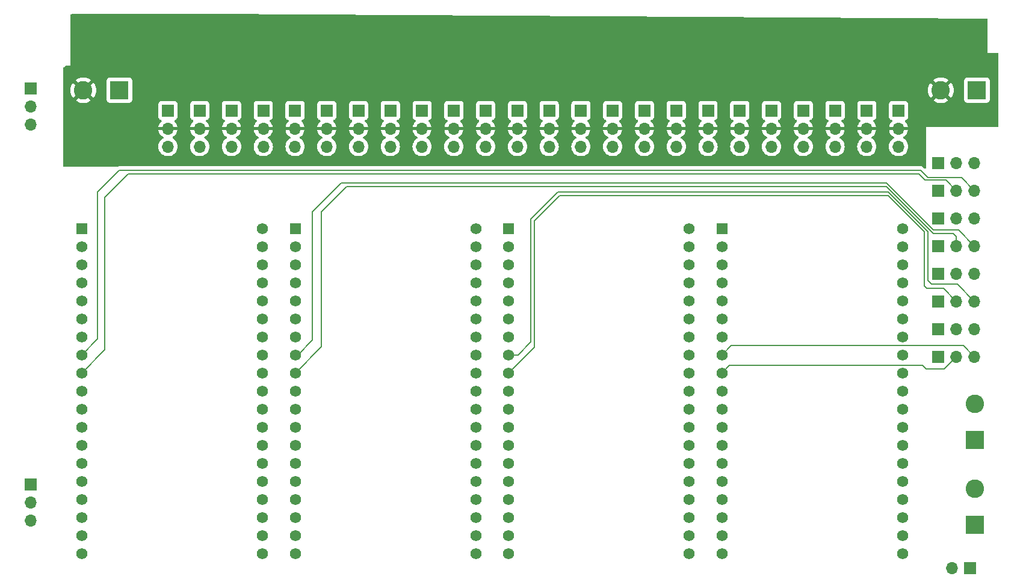
<source format=gbr>
%TF.GenerationSoftware,KiCad,Pcbnew,8.0.2-1*%
%TF.CreationDate,2025-01-09T15:56:49-05:00*%
%TF.ProjectId,C3P0_Controller_V1.1,43335030-5f43-46f6-9e74-726f6c6c6572,rev?*%
%TF.SameCoordinates,Original*%
%TF.FileFunction,Copper,L3,Inr*%
%TF.FilePolarity,Positive*%
%FSLAX46Y46*%
G04 Gerber Fmt 4.6, Leading zero omitted, Abs format (unit mm)*
G04 Created by KiCad (PCBNEW 8.0.2-1) date 2025-01-09 15:56:49*
%MOMM*%
%LPD*%
G01*
G04 APERTURE LIST*
%TA.AperFunction,ComponentPad*%
%ADD10R,1.700000X1.700000*%
%TD*%
%TA.AperFunction,ComponentPad*%
%ADD11O,1.700000X1.700000*%
%TD*%
%TA.AperFunction,ComponentPad*%
%ADD12R,1.560000X1.560000*%
%TD*%
%TA.AperFunction,ComponentPad*%
%ADD13C,1.560000*%
%TD*%
%TA.AperFunction,ComponentPad*%
%ADD14R,2.600000X2.600000*%
%TD*%
%TA.AperFunction,ComponentPad*%
%ADD15C,2.600000*%
%TD*%
%TA.AperFunction,Conductor*%
%ADD16C,0.152400*%
%TD*%
G04 APERTURE END LIST*
D10*
%TO.N,GND*%
%TO.C,J37*%
X204406000Y-93868285D03*
D11*
%TO.N,T_RX1*%
X206946000Y-93868285D03*
%TO.N,T_TX1*%
X209486000Y-93868285D03*
%TD*%
D10*
%TO.N,GND*%
%TO.C,J36*%
X204406000Y-78310857D03*
D11*
%TO.N,RA_RX1*%
X206946000Y-78310857D03*
%TO.N,RA_TX1*%
X209486000Y-78310857D03*
%TD*%
D10*
%TO.N,GND*%
%TO.C,J35*%
X204406000Y-101647000D03*
D11*
%TO.N,LA_RX1*%
X206946000Y-101647000D03*
%TO.N,LA_TX1*%
X209486000Y-101647000D03*
%TD*%
D10*
%TO.N,GND*%
%TO.C,J34*%
X204406000Y-86089571D03*
D11*
%TO.N,H_RX1*%
X206946000Y-86089571D03*
%TO.N,H_TX1*%
X209486000Y-86089571D03*
%TD*%
D10*
%TO.N,GND*%
%TO.C,J7*%
X185391025Y-67005000D03*
D11*
%TO.N,SVR_PWR*%
X185391025Y-69545000D03*
%TO.N,SRV_7*%
X185391025Y-72085000D03*
%TD*%
D10*
%TO.N,GND*%
%TO.C,J21*%
X167514301Y-67005000D03*
D11*
%TO.N,SVR_PWR*%
X167514301Y-69545000D03*
%TO.N,SRV_21*%
X167514301Y-72085000D03*
%TD*%
D12*
%TO.N,unconnected-(U3-3V3-PadJ2-1)*%
%TO.C,U3*%
X143938000Y-83611000D03*
D13*
%TO.N,unconnected-(U3-EN-PadJ2-2)*%
X143938000Y-86151000D03*
%TO.N,unconnected-(U3-SENSOR_VP-PadJ2-3)*%
X143938000Y-88691000D03*
%TO.N,unconnected-(U3-SENSOR_VN-PadJ2-4)*%
X143938000Y-91231000D03*
%TO.N,unconnected-(U3-IO34-PadJ2-5)*%
X143938000Y-93771000D03*
%TO.N,unconnected-(U3-IO35-PadJ2-6)*%
X143938000Y-96311000D03*
%TO.N,unconnected-(U3-IO32-PadJ2-7)*%
X143938000Y-98851000D03*
%TO.N,T_TX1*%
X143938000Y-101391000D03*
%TO.N,T_RX1*%
X143938000Y-103931000D03*
%TO.N,unconnected-(U3-IO26-PadJ2-10)*%
X143938000Y-106471000D03*
%TO.N,unconnected-(U3-IO27-PadJ2-11)*%
X143938000Y-109011000D03*
%TO.N,unconnected-(U3-IO14-PadJ2-12)*%
X143938000Y-111551000D03*
%TO.N,unconnected-(U3-IO12-PadJ2-13)*%
X143938000Y-114091000D03*
%TO.N,unconnected-(U3-GND1-PadJ2-14)*%
X143938000Y-116631000D03*
%TO.N,unconnected-(U3-IO13-PadJ2-15)*%
X143938000Y-119171000D03*
%TO.N,unconnected-(U3-SD2-PadJ2-16)*%
X143938000Y-121711000D03*
%TO.N,unconnected-(U3-SD3-PadJ2-17)*%
X143938000Y-124251000D03*
%TO.N,unconnected-(U3-CMD-PadJ2-18)*%
X143938000Y-126791000D03*
%TO.N,5V*%
X143938000Y-129331000D03*
%TO.N,GND*%
X169338000Y-83611000D03*
%TO.N,unconnected-(U3-IO23-PadJ3-2)*%
X169338000Y-86151000D03*
%TO.N,SRV_22*%
X169338000Y-88691000D03*
%TO.N,T_TX*%
X169338000Y-91231000D03*
%TO.N,T_RX*%
X169338000Y-93771000D03*
%TO.N,SRV_21*%
X169338000Y-96311000D03*
%TO.N,unconnected-(U3-GND2-PadJ3-7)*%
X169338000Y-98851000D03*
%TO.N,SRV_20*%
X169338000Y-101391000D03*
%TO.N,SRV_19*%
X169338000Y-103931000D03*
%TO.N,unconnected-(U3-IO5-PadJ3-10)*%
X169338000Y-106471000D03*
%TO.N,SRV_18*%
X169338000Y-109011000D03*
%TO.N,SRV_17*%
X169338000Y-111551000D03*
%TO.N,unconnected-(U3-IO4-PadJ3-13)*%
X169338000Y-114091000D03*
%TO.N,unconnected-(U3-IO0-PadJ3-14)*%
X169338000Y-116631000D03*
%TO.N,unconnected-(U3-IO2-PadJ3-15)*%
X169338000Y-119171000D03*
%TO.N,unconnected-(U3-IO15-PadJ3-16)*%
X169338000Y-121711000D03*
%TO.N,unconnected-(U3-SD1-PadJ3-17)*%
X169338000Y-124251000D03*
%TO.N,unconnected-(U3-SD0-PadJ3-18)*%
X169338000Y-126791000D03*
%TO.N,unconnected-(U3-CLK-PadJ3-19)*%
X169338000Y-129331000D03*
%TD*%
D10*
%TO.N,GND*%
%TO.C,J29*%
X208835000Y-131365000D03*
D11*
%TO.N,5V*%
X206295000Y-131365000D03*
%TD*%
D10*
%TO.N,GND*%
%TO.C,J16*%
X118353310Y-67005000D03*
D11*
%TO.N,SVR_PWR*%
X118353310Y-69545000D03*
%TO.N,SRV_16*%
X118353310Y-72085000D03*
%TD*%
D10*
%TO.N,GND*%
%TO.C,J5*%
X176452663Y-67005000D03*
D11*
%TO.N,SVR_PWR*%
X176452663Y-69545000D03*
%TO.N,SRV_5*%
X176452663Y-72085000D03*
%TD*%
D12*
%TO.N,unconnected-(U1-3V3-PadJ2-1)*%
%TO.C,U1*%
X83888000Y-83611000D03*
D13*
%TO.N,unconnected-(U1-EN-PadJ2-2)*%
X83888000Y-86151000D03*
%TO.N,unconnected-(U1-SENSOR_VP-PadJ2-3)*%
X83888000Y-88691000D03*
%TO.N,unconnected-(U1-SENSOR_VN-PadJ2-4)*%
X83888000Y-91231000D03*
%TO.N,unconnected-(U1-IO34-PadJ2-5)*%
X83888000Y-93771000D03*
%TO.N,unconnected-(U1-IO35-PadJ2-6)*%
X83888000Y-96311000D03*
%TO.N,unconnected-(U1-IO32-PadJ2-7)*%
X83888000Y-98851000D03*
%TO.N,RA_TX1*%
X83888000Y-101391000D03*
%TO.N,RA_RX1*%
X83888000Y-103931000D03*
%TO.N,unconnected-(U1-IO26-PadJ2-10)*%
X83888000Y-106471000D03*
%TO.N,unconnected-(U1-IO27-PadJ2-11)*%
X83888000Y-109011000D03*
%TO.N,unconnected-(U1-IO14-PadJ2-12)*%
X83888000Y-111551000D03*
%TO.N,unconnected-(U1-IO12-PadJ2-13)*%
X83888000Y-114091000D03*
%TO.N,unconnected-(U1-GND1-PadJ2-14)*%
X83888000Y-116631000D03*
%TO.N,unconnected-(U1-IO13-PadJ2-15)*%
X83888000Y-119171000D03*
%TO.N,unconnected-(U1-SD2-PadJ2-16)*%
X83888000Y-121711000D03*
%TO.N,unconnected-(U1-SD3-PadJ2-17)*%
X83888000Y-124251000D03*
%TO.N,unconnected-(U1-CMD-PadJ2-18)*%
X83888000Y-126791000D03*
%TO.N,5V*%
X83888000Y-129331000D03*
%TO.N,GND*%
X109288000Y-83611000D03*
%TO.N,unconnected-(U1-IO23-PadJ3-2)*%
X109288000Y-86151000D03*
%TO.N,SRV_16*%
X109288000Y-88691000D03*
%TO.N,RA_TX*%
X109288000Y-91231000D03*
%TO.N,RA_RX*%
X109288000Y-93771000D03*
%TO.N,SRV_15*%
X109288000Y-96311000D03*
%TO.N,unconnected-(U1-GND2-PadJ3-7)*%
X109288000Y-98851000D03*
%TO.N,SRV_14*%
X109288000Y-101391000D03*
%TO.N,SRV_13*%
X109288000Y-103931000D03*
%TO.N,unconnected-(U1-IO5-PadJ3-10)*%
X109288000Y-106471000D03*
%TO.N,SRV_12*%
X109288000Y-109011000D03*
%TO.N,SRV_11*%
X109288000Y-111551000D03*
%TO.N,unconnected-(U1-IO4-PadJ3-13)*%
X109288000Y-114091000D03*
%TO.N,unconnected-(U1-IO0-PadJ3-14)*%
X109288000Y-116631000D03*
%TO.N,unconnected-(U1-IO2-PadJ3-15)*%
X109288000Y-119171000D03*
%TO.N,unconnected-(U1-IO15-PadJ3-16)*%
X109288000Y-121711000D03*
%TO.N,unconnected-(U1-SD1-PadJ3-17)*%
X109288000Y-124251000D03*
%TO.N,unconnected-(U1-SD0-PadJ3-18)*%
X109288000Y-126791000D03*
%TO.N,unconnected-(U1-CLK-PadJ3-19)*%
X109288000Y-129331000D03*
%TD*%
D10*
%TO.N,GND*%
%TO.C,J30*%
X204406000Y-82200214D03*
D11*
%TO.N,H_RX*%
X206946000Y-82200214D03*
%TO.N,H_TX*%
X209486000Y-82200214D03*
%TD*%
D10*
%TO.N,GND*%
%TO.C,J15*%
X113884129Y-67005000D03*
D11*
%TO.N,SVR_PWR*%
X113884129Y-69545000D03*
%TO.N,SRV_15*%
X113884129Y-72085000D03*
%TD*%
D10*
%TO.N,GND*%
%TO.C,J20*%
X163045120Y-67005000D03*
D11*
%TO.N,SVR_PWR*%
X163045120Y-69545000D03*
%TO.N,SRV_20*%
X163045120Y-72085000D03*
%TD*%
D10*
%TO.N,GND*%
%TO.C,J2*%
X127291672Y-67005000D03*
D11*
%TO.N,SVR_PWR*%
X127291672Y-69545000D03*
%TO.N,SRV_2*%
X127291672Y-72085000D03*
%TD*%
D14*
%TO.N,GND*%
%TO.C,J50*%
X89171000Y-64155000D03*
D15*
%TO.N,SVR_PWR*%
X84091000Y-64155000D03*
%TD*%
D10*
%TO.N,GND*%
%TO.C,J19*%
X158575939Y-67005000D03*
D11*
%TO.N,SVR_PWR*%
X158575939Y-69545000D03*
%TO.N,SRV_19*%
X158575939Y-72085000D03*
%TD*%
D10*
%TO.N,GND*%
%TO.C,J13*%
X104945767Y-67005000D03*
D11*
%TO.N,SVR_PWR*%
X104945767Y-69545000D03*
%TO.N,SRV_13*%
X104945767Y-72085000D03*
%TD*%
D10*
%TO.N,GND*%
%TO.C,J33*%
X204406000Y-89978928D03*
D11*
%TO.N,T_RX*%
X206946000Y-89978928D03*
%TO.N,T_TX*%
X209486000Y-89978928D03*
%TD*%
D10*
%TO.N,GND*%
%TO.C,J24*%
X145168396Y-67005000D03*
D11*
%TO.N,SVR_PWR*%
X145168396Y-69545000D03*
%TO.N,SPR_2*%
X145168396Y-72085000D03*
%TD*%
D10*
%TO.N,GND*%
%TO.C,J11*%
X96007405Y-67005000D03*
D11*
%TO.N,SVR_PWR*%
X96007405Y-69545000D03*
%TO.N,SRV_11*%
X96007405Y-72085000D03*
%TD*%
D10*
%TO.N,GND*%
%TO.C,J26*%
X76650000Y-119644000D03*
D11*
%TO.N,5V*%
X76650000Y-122184000D03*
%TO.N,MISC_2*%
X76650000Y-124724000D03*
%TD*%
D10*
%TO.N,GND*%
%TO.C,J22*%
X171983482Y-67005000D03*
D11*
%TO.N,SVR_PWR*%
X171983482Y-69545000D03*
%TO.N,SRV_22*%
X171983482Y-72085000D03*
%TD*%
D10*
%TO.N,GND*%
%TO.C,J6*%
X180921844Y-67005000D03*
D11*
%TO.N,SVR_PWR*%
X180921844Y-69545000D03*
%TO.N,SRV_6*%
X180921844Y-72085000D03*
%TD*%
D12*
%TO.N,unconnected-(U4-3V3-PadJ2-1)*%
%TO.C,U4*%
X173963000Y-83611000D03*
D13*
%TO.N,unconnected-(U4-EN-PadJ2-2)*%
X173963000Y-86151000D03*
%TO.N,unconnected-(U4-SENSOR_VP-PadJ2-3)*%
X173963000Y-88691000D03*
%TO.N,unconnected-(U4-SENSOR_VN-PadJ2-4)*%
X173963000Y-91231000D03*
%TO.N,unconnected-(U4-IO34-PadJ2-5)*%
X173963000Y-93771000D03*
%TO.N,unconnected-(U4-IO35-PadJ2-6)*%
X173963000Y-96311000D03*
%TO.N,unconnected-(U4-IO32-PadJ2-7)*%
X173963000Y-98851000D03*
%TO.N,LA_TX1*%
X173963000Y-101391000D03*
%TO.N,LA_RX1*%
X173963000Y-103931000D03*
%TO.N,unconnected-(U4-IO26-PadJ2-10)*%
X173963000Y-106471000D03*
%TO.N,unconnected-(U4-IO27-PadJ2-11)*%
X173963000Y-109011000D03*
%TO.N,unconnected-(U4-IO14-PadJ2-12)*%
X173963000Y-111551000D03*
%TO.N,unconnected-(U4-IO12-PadJ2-13)*%
X173963000Y-114091000D03*
%TO.N,unconnected-(U4-GND1-PadJ2-14)*%
X173963000Y-116631000D03*
%TO.N,unconnected-(U4-IO13-PadJ2-15)*%
X173963000Y-119171000D03*
%TO.N,unconnected-(U4-SD2-PadJ2-16)*%
X173963000Y-121711000D03*
%TO.N,unconnected-(U4-SD3-PadJ2-17)*%
X173963000Y-124251000D03*
%TO.N,unconnected-(U4-CMD-PadJ2-18)*%
X173963000Y-126791000D03*
%TO.N,5V*%
X173963000Y-129331000D03*
%TO.N,GND*%
X199363000Y-83611000D03*
%TO.N,unconnected-(U4-IO23-PadJ3-2)*%
X199363000Y-86151000D03*
%TO.N,SRV_10*%
X199363000Y-88691000D03*
%TO.N,LA_TX*%
X199363000Y-91231000D03*
%TO.N,LA_RX*%
X199363000Y-93771000D03*
%TO.N,SRV_9*%
X199363000Y-96311000D03*
%TO.N,unconnected-(U4-GND2-PadJ3-7)*%
X199363000Y-98851000D03*
%TO.N,SRV_8*%
X199363000Y-101391000D03*
%TO.N,SRV_7*%
X199363000Y-103931000D03*
%TO.N,unconnected-(U4-IO5-PadJ3-10)*%
X199363000Y-106471000D03*
%TO.N,SRV_6*%
X199363000Y-109011000D03*
%TO.N,SRV_5*%
X199363000Y-111551000D03*
%TO.N,unconnected-(U4-IO4-PadJ3-13)*%
X199363000Y-114091000D03*
%TO.N,unconnected-(U4-IO0-PadJ3-14)*%
X199363000Y-116631000D03*
%TO.N,unconnected-(U4-IO2-PadJ3-15)*%
X199363000Y-119171000D03*
%TO.N,unconnected-(U4-IO15-PadJ3-16)*%
X199363000Y-121711000D03*
%TO.N,unconnected-(U4-SD1-PadJ3-17)*%
X199363000Y-124251000D03*
%TO.N,unconnected-(U4-SD0-PadJ3-18)*%
X199363000Y-126791000D03*
%TO.N,unconnected-(U4-CLK-PadJ3-19)*%
X199363000Y-129331000D03*
%TD*%
D11*
%TO.N,RA_TX*%
%TO.C,J32*%
X209486000Y-74421500D03*
%TO.N,RA_RX*%
X206946000Y-74421500D03*
D10*
%TO.N,GND*%
X204406000Y-74421500D03*
%TD*%
%TO.N,GND*%
%TO.C,J3*%
X131760853Y-67005000D03*
D11*
%TO.N,SVR_PWR*%
X131760853Y-69545000D03*
%TO.N,SRV_3*%
X131760853Y-72085000D03*
%TD*%
D10*
%TO.N,GND*%
%TO.C,J1*%
X122822491Y-67005000D03*
D11*
%TO.N,SVR_PWR*%
X122822491Y-69545000D03*
%TO.N,SRV_1*%
X122822491Y-72085000D03*
%TD*%
D10*
%TO.N,GND*%
%TO.C,J18*%
X154106758Y-67005000D03*
D11*
%TO.N,SVR_PWR*%
X154106758Y-69545000D03*
%TO.N,SRV_18*%
X154106758Y-72085000D03*
%TD*%
D10*
%TO.N,GND*%
%TO.C,J23*%
X140699215Y-67005000D03*
D11*
%TO.N,SVR_PWR*%
X140699215Y-69545000D03*
%TO.N,SPR_1*%
X140699215Y-72085000D03*
%TD*%
D10*
%TO.N,GND*%
%TO.C,J4*%
X136230034Y-67005000D03*
D11*
%TO.N,SVR_PWR*%
X136230034Y-69545000D03*
%TO.N,SRV_4*%
X136230034Y-72085000D03*
%TD*%
D10*
%TO.N,GND*%
%TO.C,J17*%
X149637577Y-67005000D03*
D11*
%TO.N,SVR_PWR*%
X149637577Y-69545000D03*
%TO.N,SRV_17*%
X149637577Y-72085000D03*
%TD*%
D14*
%TO.N,GND*%
%TO.C,J51*%
X209567000Y-125267000D03*
D15*
%TO.N,5V*%
X209567000Y-120187000D03*
%TD*%
D14*
%TO.N,GND*%
%TO.C,J27*%
X209821000Y-64155000D03*
D15*
%TO.N,SVR_PWR*%
X204741000Y-64155000D03*
%TD*%
D10*
%TO.N,GND*%
%TO.C,J9*%
X194329387Y-67005000D03*
D11*
%TO.N,SVR_PWR*%
X194329387Y-69545000D03*
%TO.N,SRV_9*%
X194329387Y-72085000D03*
%TD*%
D14*
%TO.N,GND*%
%TO.C,J28*%
X209567000Y-113353000D03*
D15*
%TO.N,5V*%
X209567000Y-108273000D03*
%TD*%
D10*
%TO.N,GND*%
%TO.C,J12*%
X100476586Y-67005000D03*
D11*
%TO.N,SVR_PWR*%
X100476586Y-69545000D03*
%TO.N,SRV_12*%
X100476586Y-72085000D03*
%TD*%
D12*
%TO.N,unconnected-(U2-3V3-PadJ2-1)*%
%TO.C,U2*%
X113913000Y-83611000D03*
D13*
%TO.N,unconnected-(U2-EN-PadJ2-2)*%
X113913000Y-86151000D03*
%TO.N,unconnected-(U2-SENSOR_VP-PadJ2-3)*%
X113913000Y-88691000D03*
%TO.N,unconnected-(U2-SENSOR_VN-PadJ2-4)*%
X113913000Y-91231000D03*
%TO.N,unconnected-(U2-IO34-PadJ2-5)*%
X113913000Y-93771000D03*
%TO.N,unconnected-(U2-IO35-PadJ2-6)*%
X113913000Y-96311000D03*
%TO.N,unconnected-(U2-IO32-PadJ2-7)*%
X113913000Y-98851000D03*
%TO.N,H_TX1*%
X113913000Y-101391000D03*
%TO.N,H_RX1*%
X113913000Y-103931000D03*
%TO.N,MISC_1*%
X113913000Y-106471000D03*
%TO.N,MISC_2*%
X113913000Y-109011000D03*
%TO.N,unconnected-(U2-IO14-PadJ2-12)*%
X113913000Y-111551000D03*
%TO.N,unconnected-(U2-IO12-PadJ2-13)*%
X113913000Y-114091000D03*
%TO.N,unconnected-(U2-GND1-PadJ2-14)*%
X113913000Y-116631000D03*
%TO.N,unconnected-(U2-IO13-PadJ2-15)*%
X113913000Y-119171000D03*
%TO.N,unconnected-(U2-SD2-PadJ2-16)*%
X113913000Y-121711000D03*
%TO.N,unconnected-(U2-SD3-PadJ2-17)*%
X113913000Y-124251000D03*
%TO.N,unconnected-(U2-CMD-PadJ2-18)*%
X113913000Y-126791000D03*
%TO.N,5V*%
X113913000Y-129331000D03*
%TO.N,GND*%
X139313000Y-83611000D03*
%TO.N,unconnected-(U2-IO23-PadJ3-2)*%
X139313000Y-86151000D03*
%TO.N,SPR_2*%
X139313000Y-88691000D03*
%TO.N,H_TX*%
X139313000Y-91231000D03*
%TO.N,H_RX*%
X139313000Y-93771000D03*
%TO.N,SPR_1*%
X139313000Y-96311000D03*
%TO.N,unconnected-(U2-GND2-PadJ3-7)*%
X139313000Y-98851000D03*
%TO.N,SRV_4*%
X139313000Y-101391000D03*
%TO.N,SRV_3*%
X139313000Y-103931000D03*
%TO.N,unconnected-(U2-IO5-PadJ3-10)*%
X139313000Y-106471000D03*
%TO.N,SRV_2*%
X139313000Y-109011000D03*
%TO.N,SRV_1*%
X139313000Y-111551000D03*
%TO.N,unconnected-(U2-IO4-PadJ3-13)*%
X139313000Y-114091000D03*
%TO.N,unconnected-(U2-IO0-PadJ3-14)*%
X139313000Y-116631000D03*
%TO.N,unconnected-(U2-IO2-PadJ3-15)*%
X139313000Y-119171000D03*
%TO.N,unconnected-(U2-IO15-PadJ3-16)*%
X139313000Y-121711000D03*
%TO.N,unconnected-(U2-SD1-PadJ3-17)*%
X139313000Y-124251000D03*
%TO.N,unconnected-(U2-SD0-PadJ3-18)*%
X139313000Y-126791000D03*
%TO.N,unconnected-(U2-CLK-PadJ3-19)*%
X139313000Y-129331000D03*
%TD*%
D10*
%TO.N,GND*%
%TO.C,J14*%
X109414948Y-67005000D03*
D11*
%TO.N,SVR_PWR*%
X109414948Y-69545000D03*
%TO.N,SRV_14*%
X109414948Y-72085000D03*
%TD*%
D10*
%TO.N,GND*%
%TO.C,J31*%
X204406000Y-97757642D03*
D11*
%TO.N,LA_RX*%
X206946000Y-97757642D03*
%TO.N,LA_TX*%
X209486000Y-97757642D03*
%TD*%
D10*
%TO.N,GND*%
%TO.C,J10*%
X198798569Y-67005000D03*
D11*
%TO.N,SVR_PWR*%
X198798569Y-69545000D03*
%TO.N,SRV_10*%
X198798569Y-72085000D03*
%TD*%
D10*
%TO.N,GND*%
%TO.C,J25*%
X76650000Y-63944000D03*
D11*
%TO.N,5V*%
X76650000Y-66484000D03*
%TO.N,MISC_1*%
X76650000Y-69024000D03*
%TD*%
D10*
%TO.N,GND*%
%TO.C,J8*%
X189860206Y-67005000D03*
D11*
%TO.N,SVR_PWR*%
X189860206Y-69545000D03*
%TO.N,SRV_8*%
X189860206Y-72085000D03*
%TD*%
D16*
%TO.N,LA_TX1*%
X173963000Y-101391000D02*
X175278000Y-100076000D01*
X175278000Y-100076000D02*
X207915000Y-100076000D01*
X207915000Y-100076000D02*
X209486000Y-101647000D01*
%TO.N,LA_RX1*%
X173963000Y-103931000D02*
X175019200Y-102874800D01*
X175019200Y-102874800D02*
X202188800Y-102874800D01*
X202188800Y-102874800D02*
X202692000Y-103378000D01*
X202692000Y-103378000D02*
X205215000Y-103378000D01*
X205215000Y-103378000D02*
X206946000Y-101647000D01*
%TO.N,T_TX1*%
X143938000Y-101391000D02*
X145243000Y-101391000D01*
X145243000Y-101391000D02*
X147066000Y-99568000D01*
X147066000Y-82296000D02*
X150876000Y-78486000D01*
X147066000Y-99568000D02*
X147066000Y-82296000D01*
X202946000Y-84074000D02*
X202946000Y-90932000D01*
X150876000Y-78486000D02*
X197358000Y-78486000D01*
X207057715Y-91440000D02*
X209486000Y-93868285D01*
X197358000Y-78486000D02*
X202946000Y-84074000D01*
X202946000Y-90932000D02*
X203454000Y-91440000D01*
X203454000Y-91440000D02*
X207057715Y-91440000D01*
%TO.N,T_RX1*%
X143938000Y-103931000D02*
X147574000Y-100295000D01*
X197367632Y-78994000D02*
X202438000Y-84064368D01*
X147574000Y-100295000D02*
X147574000Y-82550000D01*
X147574000Y-82550000D02*
X151130000Y-78994000D01*
X151130000Y-78994000D02*
X197367632Y-78994000D01*
X202438000Y-84064368D02*
X202438000Y-91694000D01*
X202438000Y-91694000D02*
X202790400Y-92046400D01*
X202790400Y-92046400D02*
X205124115Y-92046400D01*
X205124115Y-92046400D02*
X206946000Y-93868285D01*
%TO.N,H_TX1*%
X209486000Y-86089571D02*
X207216429Y-83820000D01*
X207216429Y-83820000D02*
X203708000Y-83820000D01*
X203708000Y-83820000D02*
X197104000Y-77216000D01*
X197104000Y-77216000D02*
X120396000Y-77216000D01*
X116332000Y-99314000D02*
X114255000Y-101391000D01*
X120396000Y-77216000D02*
X116332000Y-81280000D01*
X114255000Y-101391000D02*
X113913000Y-101391000D01*
X116332000Y-81280000D02*
X116332000Y-99314000D01*
%TO.N,H_RX1*%
X113913000Y-103931000D02*
X117602000Y-100242000D01*
X117602000Y-100242000D02*
X117602000Y-81280000D01*
X117602000Y-81280000D02*
X121158000Y-77724000D01*
X206502000Y-84328000D02*
X206946000Y-84772000D01*
X121158000Y-77724000D02*
X197104000Y-77724000D01*
X203708000Y-84328000D02*
X206502000Y-84328000D01*
X197104000Y-77724000D02*
X203708000Y-84328000D01*
X206946000Y-84772000D02*
X206946000Y-86089571D01*
%TO.N,RA_RX1*%
X206946000Y-78310857D02*
X205441543Y-76806400D01*
X205441543Y-76806400D02*
X202536400Y-76806400D01*
X202536400Y-76806400D02*
X201676000Y-75946000D01*
X201676000Y-75946000D02*
X90424000Y-75946000D01*
X90424000Y-75946000D02*
X87122000Y-79248000D01*
X87122000Y-79248000D02*
X87122000Y-100697000D01*
X87122000Y-100697000D02*
X83888000Y-103931000D01*
%TO.N,RA_TX1*%
X83888000Y-101391000D02*
X86106000Y-99173000D01*
X201930000Y-75438000D02*
X202946000Y-76454000D01*
X86106000Y-99173000D02*
X86106000Y-78486000D01*
X86106000Y-78486000D02*
X89154000Y-75438000D01*
X202946000Y-76454000D02*
X207629143Y-76454000D01*
X207629143Y-76454000D02*
X209486000Y-78310857D01*
X89154000Y-75438000D02*
X201930000Y-75438000D01*
%TD*%
%TA.AperFunction,Conductor*%
%TO.N,SVR_PWR*%
G36*
X102023672Y-53456502D02*
G01*
X211204732Y-54101272D01*
X211271654Y-54121352D01*
X211317097Y-54174426D01*
X211328000Y-54225270D01*
X211328000Y-58928000D01*
X212728000Y-58928000D01*
X212795039Y-58947685D01*
X212840794Y-59000489D01*
X212852000Y-59052000D01*
X212852000Y-69218000D01*
X212832315Y-69285039D01*
X212779511Y-69330794D01*
X212728000Y-69342000D01*
X202692000Y-69342000D01*
X202692000Y-75059739D01*
X202672315Y-75126778D01*
X202619511Y-75172533D01*
X202567741Y-75183739D01*
X202542366Y-75183686D01*
X202475368Y-75163861D01*
X202454944Y-75147367D01*
X202284104Y-74976527D01*
X202284098Y-74976522D01*
X202152600Y-74900602D01*
X202152599Y-74900601D01*
X202152598Y-74900601D01*
X202005924Y-74861300D01*
X89229924Y-74861300D01*
X89078076Y-74861300D01*
X88931402Y-74900601D01*
X88931401Y-74900601D01*
X88881934Y-74929161D01*
X88819676Y-74945773D01*
X81403741Y-74930258D01*
X81336742Y-74910433D01*
X81291098Y-74857533D01*
X81280000Y-74806258D01*
X81280000Y-72084999D01*
X94651746Y-72084999D01*
X94651746Y-72085000D01*
X94672341Y-72320403D01*
X94672343Y-72320413D01*
X94733499Y-72548655D01*
X94733501Y-72548659D01*
X94733502Y-72548663D01*
X94833370Y-72762830D01*
X94833372Y-72762834D01*
X94941686Y-72917521D01*
X94968910Y-72956401D01*
X95136004Y-73123495D01*
X95232789Y-73191265D01*
X95329570Y-73259032D01*
X95329572Y-73259033D01*
X95329575Y-73259035D01*
X95543742Y-73358903D01*
X95771997Y-73420063D01*
X95960323Y-73436539D01*
X96007404Y-73440659D01*
X96007405Y-73440659D01*
X96007406Y-73440659D01*
X96046639Y-73437226D01*
X96242813Y-73420063D01*
X96471068Y-73358903D01*
X96685235Y-73259035D01*
X96878806Y-73123495D01*
X97045900Y-72956401D01*
X97181440Y-72762830D01*
X97281308Y-72548663D01*
X97342468Y-72320408D01*
X97363064Y-72085000D01*
X97363064Y-72084999D01*
X99120927Y-72084999D01*
X99120927Y-72085000D01*
X99141522Y-72320403D01*
X99141524Y-72320413D01*
X99202680Y-72548655D01*
X99202682Y-72548659D01*
X99202683Y-72548663D01*
X99302551Y-72762830D01*
X99302553Y-72762834D01*
X99410867Y-72917521D01*
X99438091Y-72956401D01*
X99605185Y-73123495D01*
X99701970Y-73191265D01*
X99798751Y-73259032D01*
X99798753Y-73259033D01*
X99798756Y-73259035D01*
X100012923Y-73358903D01*
X100241178Y-73420063D01*
X100429504Y-73436539D01*
X100476585Y-73440659D01*
X100476586Y-73440659D01*
X100476587Y-73440659D01*
X100515820Y-73437226D01*
X100711994Y-73420063D01*
X100940249Y-73358903D01*
X101154416Y-73259035D01*
X101347987Y-73123495D01*
X101515081Y-72956401D01*
X101650621Y-72762830D01*
X101750489Y-72548663D01*
X101811649Y-72320408D01*
X101832245Y-72085000D01*
X101832245Y-72084999D01*
X103590108Y-72084999D01*
X103590108Y-72085000D01*
X103610703Y-72320403D01*
X103610705Y-72320413D01*
X103671861Y-72548655D01*
X103671863Y-72548659D01*
X103671864Y-72548663D01*
X103771732Y-72762830D01*
X103771734Y-72762834D01*
X103880048Y-72917521D01*
X103907272Y-72956401D01*
X104074366Y-73123495D01*
X104171151Y-73191265D01*
X104267932Y-73259032D01*
X104267934Y-73259033D01*
X104267937Y-73259035D01*
X104482104Y-73358903D01*
X104710359Y-73420063D01*
X104898685Y-73436539D01*
X104945766Y-73440659D01*
X104945767Y-73440659D01*
X104945768Y-73440659D01*
X104985001Y-73437226D01*
X105181175Y-73420063D01*
X105409430Y-73358903D01*
X105623597Y-73259035D01*
X105817168Y-73123495D01*
X105984262Y-72956401D01*
X106119802Y-72762830D01*
X106219670Y-72548663D01*
X106280830Y-72320408D01*
X106301426Y-72085000D01*
X106301426Y-72084999D01*
X108059289Y-72084999D01*
X108059289Y-72085000D01*
X108079884Y-72320403D01*
X108079886Y-72320413D01*
X108141042Y-72548655D01*
X108141044Y-72548659D01*
X108141045Y-72548663D01*
X108240913Y-72762830D01*
X108240915Y-72762834D01*
X108349229Y-72917521D01*
X108376453Y-72956401D01*
X108543547Y-73123495D01*
X108640332Y-73191265D01*
X108737113Y-73259032D01*
X108737115Y-73259033D01*
X108737118Y-73259035D01*
X108951285Y-73358903D01*
X109179540Y-73420063D01*
X109367866Y-73436539D01*
X109414947Y-73440659D01*
X109414948Y-73440659D01*
X109414949Y-73440659D01*
X109454182Y-73437226D01*
X109650356Y-73420063D01*
X109878611Y-73358903D01*
X110092778Y-73259035D01*
X110286349Y-73123495D01*
X110453443Y-72956401D01*
X110588983Y-72762830D01*
X110688851Y-72548663D01*
X110750011Y-72320408D01*
X110770607Y-72085000D01*
X110770607Y-72084999D01*
X112528470Y-72084999D01*
X112528470Y-72085000D01*
X112549065Y-72320403D01*
X112549067Y-72320413D01*
X112610223Y-72548655D01*
X112610225Y-72548659D01*
X112610226Y-72548663D01*
X112710094Y-72762830D01*
X112710096Y-72762834D01*
X112818410Y-72917521D01*
X112845634Y-72956401D01*
X113012728Y-73123495D01*
X113109513Y-73191265D01*
X113206294Y-73259032D01*
X113206296Y-73259033D01*
X113206299Y-73259035D01*
X113420466Y-73358903D01*
X113648721Y-73420063D01*
X113837047Y-73436539D01*
X113884128Y-73440659D01*
X113884129Y-73440659D01*
X113884130Y-73440659D01*
X113923363Y-73437226D01*
X114119537Y-73420063D01*
X114347792Y-73358903D01*
X114561959Y-73259035D01*
X114755530Y-73123495D01*
X114922624Y-72956401D01*
X115058164Y-72762830D01*
X115158032Y-72548663D01*
X115219192Y-72320408D01*
X115239788Y-72085000D01*
X115239788Y-72084999D01*
X116997651Y-72084999D01*
X116997651Y-72085000D01*
X117018246Y-72320403D01*
X117018248Y-72320413D01*
X117079404Y-72548655D01*
X117079406Y-72548659D01*
X117079407Y-72548663D01*
X117179275Y-72762830D01*
X117179277Y-72762834D01*
X117287591Y-72917521D01*
X117314815Y-72956401D01*
X117481909Y-73123495D01*
X117578694Y-73191265D01*
X117675475Y-73259032D01*
X117675477Y-73259033D01*
X117675480Y-73259035D01*
X117889647Y-73358903D01*
X118117902Y-73420063D01*
X118306228Y-73436539D01*
X118353309Y-73440659D01*
X118353310Y-73440659D01*
X118353311Y-73440659D01*
X118392544Y-73437226D01*
X118588718Y-73420063D01*
X118816973Y-73358903D01*
X119031140Y-73259035D01*
X119224711Y-73123495D01*
X119391805Y-72956401D01*
X119527345Y-72762830D01*
X119627213Y-72548663D01*
X119688373Y-72320408D01*
X119708969Y-72085000D01*
X119708969Y-72084999D01*
X121466832Y-72084999D01*
X121466832Y-72085000D01*
X121487427Y-72320403D01*
X121487429Y-72320413D01*
X121548585Y-72548655D01*
X121548587Y-72548659D01*
X121548588Y-72548663D01*
X121648456Y-72762830D01*
X121648458Y-72762834D01*
X121756772Y-72917521D01*
X121783996Y-72956401D01*
X121951090Y-73123495D01*
X122047875Y-73191265D01*
X122144656Y-73259032D01*
X122144658Y-73259033D01*
X122144661Y-73259035D01*
X122358828Y-73358903D01*
X122587083Y-73420063D01*
X122775409Y-73436539D01*
X122822490Y-73440659D01*
X122822491Y-73440659D01*
X122822492Y-73440659D01*
X122861725Y-73437226D01*
X123057899Y-73420063D01*
X123286154Y-73358903D01*
X123500321Y-73259035D01*
X123693892Y-73123495D01*
X123860986Y-72956401D01*
X123996526Y-72762830D01*
X124096394Y-72548663D01*
X124157554Y-72320408D01*
X124178150Y-72085000D01*
X124178150Y-72084999D01*
X125936013Y-72084999D01*
X125936013Y-72085000D01*
X125956608Y-72320403D01*
X125956610Y-72320413D01*
X126017766Y-72548655D01*
X126017768Y-72548659D01*
X126017769Y-72548663D01*
X126117637Y-72762830D01*
X126117639Y-72762834D01*
X126225953Y-72917521D01*
X126253177Y-72956401D01*
X126420271Y-73123495D01*
X126517056Y-73191265D01*
X126613837Y-73259032D01*
X126613839Y-73259033D01*
X126613842Y-73259035D01*
X126828009Y-73358903D01*
X127056264Y-73420063D01*
X127244590Y-73436539D01*
X127291671Y-73440659D01*
X127291672Y-73440659D01*
X127291673Y-73440659D01*
X127330906Y-73437226D01*
X127527080Y-73420063D01*
X127755335Y-73358903D01*
X127969502Y-73259035D01*
X128163073Y-73123495D01*
X128330167Y-72956401D01*
X128465707Y-72762830D01*
X128565575Y-72548663D01*
X128626735Y-72320408D01*
X128647331Y-72085000D01*
X128647331Y-72084999D01*
X130405194Y-72084999D01*
X130405194Y-72085000D01*
X130425789Y-72320403D01*
X130425791Y-72320413D01*
X130486947Y-72548655D01*
X130486949Y-72548659D01*
X130486950Y-72548663D01*
X130586818Y-72762830D01*
X130586820Y-72762834D01*
X130695134Y-72917521D01*
X130722358Y-72956401D01*
X130889452Y-73123495D01*
X130986237Y-73191265D01*
X131083018Y-73259032D01*
X131083020Y-73259033D01*
X131083023Y-73259035D01*
X131297190Y-73358903D01*
X131525445Y-73420063D01*
X131713771Y-73436539D01*
X131760852Y-73440659D01*
X131760853Y-73440659D01*
X131760854Y-73440659D01*
X131800087Y-73437226D01*
X131996261Y-73420063D01*
X132224516Y-73358903D01*
X132438683Y-73259035D01*
X132632254Y-73123495D01*
X132799348Y-72956401D01*
X132934888Y-72762830D01*
X133034756Y-72548663D01*
X133095916Y-72320408D01*
X133116512Y-72085000D01*
X133116512Y-72084999D01*
X134874375Y-72084999D01*
X134874375Y-72085000D01*
X134894970Y-72320403D01*
X134894972Y-72320413D01*
X134956128Y-72548655D01*
X134956130Y-72548659D01*
X134956131Y-72548663D01*
X135055999Y-72762830D01*
X135056001Y-72762834D01*
X135164315Y-72917521D01*
X135191539Y-72956401D01*
X135358633Y-73123495D01*
X135455418Y-73191265D01*
X135552199Y-73259032D01*
X135552201Y-73259033D01*
X135552204Y-73259035D01*
X135766371Y-73358903D01*
X135994626Y-73420063D01*
X136182952Y-73436539D01*
X136230033Y-73440659D01*
X136230034Y-73440659D01*
X136230035Y-73440659D01*
X136269268Y-73437226D01*
X136465442Y-73420063D01*
X136693697Y-73358903D01*
X136907864Y-73259035D01*
X137101435Y-73123495D01*
X137268529Y-72956401D01*
X137404069Y-72762830D01*
X137503937Y-72548663D01*
X137565097Y-72320408D01*
X137585693Y-72085000D01*
X137585693Y-72084999D01*
X139343556Y-72084999D01*
X139343556Y-72085000D01*
X139364151Y-72320403D01*
X139364153Y-72320413D01*
X139425309Y-72548655D01*
X139425311Y-72548659D01*
X139425312Y-72548663D01*
X139525180Y-72762830D01*
X139525182Y-72762834D01*
X139633496Y-72917521D01*
X139660720Y-72956401D01*
X139827814Y-73123495D01*
X139924599Y-73191265D01*
X140021380Y-73259032D01*
X140021382Y-73259033D01*
X140021385Y-73259035D01*
X140235552Y-73358903D01*
X140463807Y-73420063D01*
X140652133Y-73436539D01*
X140699214Y-73440659D01*
X140699215Y-73440659D01*
X140699216Y-73440659D01*
X140738449Y-73437226D01*
X140934623Y-73420063D01*
X141162878Y-73358903D01*
X141377045Y-73259035D01*
X141570616Y-73123495D01*
X141737710Y-72956401D01*
X141873250Y-72762830D01*
X141973118Y-72548663D01*
X142034278Y-72320408D01*
X142054874Y-72085000D01*
X142054874Y-72084999D01*
X143812737Y-72084999D01*
X143812737Y-72085000D01*
X143833332Y-72320403D01*
X143833334Y-72320413D01*
X143894490Y-72548655D01*
X143894492Y-72548659D01*
X143894493Y-72548663D01*
X143994361Y-72762830D01*
X143994363Y-72762834D01*
X144102677Y-72917521D01*
X144129901Y-72956401D01*
X144296995Y-73123495D01*
X144393780Y-73191265D01*
X144490561Y-73259032D01*
X144490563Y-73259033D01*
X144490566Y-73259035D01*
X144704733Y-73358903D01*
X144932988Y-73420063D01*
X145121314Y-73436539D01*
X145168395Y-73440659D01*
X145168396Y-73440659D01*
X145168397Y-73440659D01*
X145207630Y-73437226D01*
X145403804Y-73420063D01*
X145632059Y-73358903D01*
X145846226Y-73259035D01*
X146039797Y-73123495D01*
X146206891Y-72956401D01*
X146342431Y-72762830D01*
X146442299Y-72548663D01*
X146503459Y-72320408D01*
X146524055Y-72085000D01*
X146524055Y-72084999D01*
X148281918Y-72084999D01*
X148281918Y-72085000D01*
X148302513Y-72320403D01*
X148302515Y-72320413D01*
X148363671Y-72548655D01*
X148363673Y-72548659D01*
X148363674Y-72548663D01*
X148463542Y-72762830D01*
X148463544Y-72762834D01*
X148571858Y-72917521D01*
X148599082Y-72956401D01*
X148766176Y-73123495D01*
X148862961Y-73191265D01*
X148959742Y-73259032D01*
X148959744Y-73259033D01*
X148959747Y-73259035D01*
X149173914Y-73358903D01*
X149402169Y-73420063D01*
X149590495Y-73436539D01*
X149637576Y-73440659D01*
X149637577Y-73440659D01*
X149637578Y-73440659D01*
X149676811Y-73437226D01*
X149872985Y-73420063D01*
X150101240Y-73358903D01*
X150315407Y-73259035D01*
X150508978Y-73123495D01*
X150676072Y-72956401D01*
X150811612Y-72762830D01*
X150911480Y-72548663D01*
X150972640Y-72320408D01*
X150993236Y-72085000D01*
X150993236Y-72084999D01*
X152751099Y-72084999D01*
X152751099Y-72085000D01*
X152771694Y-72320403D01*
X152771696Y-72320413D01*
X152832852Y-72548655D01*
X152832854Y-72548659D01*
X152832855Y-72548663D01*
X152932723Y-72762830D01*
X152932725Y-72762834D01*
X153041039Y-72917521D01*
X153068263Y-72956401D01*
X153235357Y-73123495D01*
X153332142Y-73191265D01*
X153428923Y-73259032D01*
X153428925Y-73259033D01*
X153428928Y-73259035D01*
X153643095Y-73358903D01*
X153871350Y-73420063D01*
X154059676Y-73436539D01*
X154106757Y-73440659D01*
X154106758Y-73440659D01*
X154106759Y-73440659D01*
X154145992Y-73437226D01*
X154342166Y-73420063D01*
X154570421Y-73358903D01*
X154784588Y-73259035D01*
X154978159Y-73123495D01*
X155145253Y-72956401D01*
X155280793Y-72762830D01*
X155380661Y-72548663D01*
X155441821Y-72320408D01*
X155462417Y-72085000D01*
X155462417Y-72084999D01*
X157220280Y-72084999D01*
X157220280Y-72085000D01*
X157240875Y-72320403D01*
X157240877Y-72320413D01*
X157302033Y-72548655D01*
X157302035Y-72548659D01*
X157302036Y-72548663D01*
X157401904Y-72762830D01*
X157401906Y-72762834D01*
X157510220Y-72917521D01*
X157537444Y-72956401D01*
X157704538Y-73123495D01*
X157801323Y-73191265D01*
X157898104Y-73259032D01*
X157898106Y-73259033D01*
X157898109Y-73259035D01*
X158112276Y-73358903D01*
X158340531Y-73420063D01*
X158528857Y-73436539D01*
X158575938Y-73440659D01*
X158575939Y-73440659D01*
X158575940Y-73440659D01*
X158615173Y-73437226D01*
X158811347Y-73420063D01*
X159039602Y-73358903D01*
X159253769Y-73259035D01*
X159447340Y-73123495D01*
X159614434Y-72956401D01*
X159749974Y-72762830D01*
X159849842Y-72548663D01*
X159911002Y-72320408D01*
X159931598Y-72085000D01*
X159931598Y-72084999D01*
X161689461Y-72084999D01*
X161689461Y-72085000D01*
X161710056Y-72320403D01*
X161710058Y-72320413D01*
X161771214Y-72548655D01*
X161771216Y-72548659D01*
X161771217Y-72548663D01*
X161871085Y-72762830D01*
X161871087Y-72762834D01*
X161979401Y-72917521D01*
X162006625Y-72956401D01*
X162173719Y-73123495D01*
X162270504Y-73191265D01*
X162367285Y-73259032D01*
X162367287Y-73259033D01*
X162367290Y-73259035D01*
X162581457Y-73358903D01*
X162809712Y-73420063D01*
X162998038Y-73436539D01*
X163045119Y-73440659D01*
X163045120Y-73440659D01*
X163045121Y-73440659D01*
X163084354Y-73437226D01*
X163280528Y-73420063D01*
X163508783Y-73358903D01*
X163722950Y-73259035D01*
X163916521Y-73123495D01*
X164083615Y-72956401D01*
X164219155Y-72762830D01*
X164319023Y-72548663D01*
X164380183Y-72320408D01*
X164400779Y-72085000D01*
X164400779Y-72084999D01*
X166158642Y-72084999D01*
X166158642Y-72085000D01*
X166179237Y-72320403D01*
X166179239Y-72320413D01*
X166240395Y-72548655D01*
X166240397Y-72548659D01*
X166240398Y-72548663D01*
X166340266Y-72762830D01*
X166340268Y-72762834D01*
X166448582Y-72917521D01*
X166475806Y-72956401D01*
X166642900Y-73123495D01*
X166739685Y-73191265D01*
X166836466Y-73259032D01*
X166836468Y-73259033D01*
X166836471Y-73259035D01*
X167050638Y-73358903D01*
X167278893Y-73420063D01*
X167467219Y-73436539D01*
X167514300Y-73440659D01*
X167514301Y-73440659D01*
X167514302Y-73440659D01*
X167553535Y-73437226D01*
X167749709Y-73420063D01*
X167977964Y-73358903D01*
X168192131Y-73259035D01*
X168385702Y-73123495D01*
X168552796Y-72956401D01*
X168688336Y-72762830D01*
X168788204Y-72548663D01*
X168849364Y-72320408D01*
X168869960Y-72085000D01*
X168869960Y-72084999D01*
X170627823Y-72084999D01*
X170627823Y-72085000D01*
X170648418Y-72320403D01*
X170648420Y-72320413D01*
X170709576Y-72548655D01*
X170709578Y-72548659D01*
X170709579Y-72548663D01*
X170809447Y-72762830D01*
X170809449Y-72762834D01*
X170917763Y-72917521D01*
X170944987Y-72956401D01*
X171112081Y-73123495D01*
X171208866Y-73191265D01*
X171305647Y-73259032D01*
X171305649Y-73259033D01*
X171305652Y-73259035D01*
X171519819Y-73358903D01*
X171748074Y-73420063D01*
X171936400Y-73436539D01*
X171983481Y-73440659D01*
X171983482Y-73440659D01*
X171983483Y-73440659D01*
X172022716Y-73437226D01*
X172218890Y-73420063D01*
X172447145Y-73358903D01*
X172661312Y-73259035D01*
X172854883Y-73123495D01*
X173021977Y-72956401D01*
X173157517Y-72762830D01*
X173257385Y-72548663D01*
X173318545Y-72320408D01*
X173339141Y-72085000D01*
X173339141Y-72084999D01*
X175097004Y-72084999D01*
X175097004Y-72085000D01*
X175117599Y-72320403D01*
X175117601Y-72320413D01*
X175178757Y-72548655D01*
X175178759Y-72548659D01*
X175178760Y-72548663D01*
X175278628Y-72762830D01*
X175278630Y-72762834D01*
X175386944Y-72917521D01*
X175414168Y-72956401D01*
X175581262Y-73123495D01*
X175678047Y-73191265D01*
X175774828Y-73259032D01*
X175774830Y-73259033D01*
X175774833Y-73259035D01*
X175989000Y-73358903D01*
X176217255Y-73420063D01*
X176405581Y-73436539D01*
X176452662Y-73440659D01*
X176452663Y-73440659D01*
X176452664Y-73440659D01*
X176491897Y-73437226D01*
X176688071Y-73420063D01*
X176916326Y-73358903D01*
X177130493Y-73259035D01*
X177324064Y-73123495D01*
X177491158Y-72956401D01*
X177626698Y-72762830D01*
X177726566Y-72548663D01*
X177787726Y-72320408D01*
X177808322Y-72085000D01*
X177808322Y-72084999D01*
X179566185Y-72084999D01*
X179566185Y-72085000D01*
X179586780Y-72320403D01*
X179586782Y-72320413D01*
X179647938Y-72548655D01*
X179647940Y-72548659D01*
X179647941Y-72548663D01*
X179747809Y-72762830D01*
X179747811Y-72762834D01*
X179856125Y-72917521D01*
X179883349Y-72956401D01*
X180050443Y-73123495D01*
X180147228Y-73191265D01*
X180244009Y-73259032D01*
X180244011Y-73259033D01*
X180244014Y-73259035D01*
X180458181Y-73358903D01*
X180686436Y-73420063D01*
X180874762Y-73436539D01*
X180921843Y-73440659D01*
X180921844Y-73440659D01*
X180921845Y-73440659D01*
X180961078Y-73437226D01*
X181157252Y-73420063D01*
X181385507Y-73358903D01*
X181599674Y-73259035D01*
X181793245Y-73123495D01*
X181960339Y-72956401D01*
X182095879Y-72762830D01*
X182195747Y-72548663D01*
X182256907Y-72320408D01*
X182277503Y-72085000D01*
X182277503Y-72084999D01*
X184035366Y-72084999D01*
X184035366Y-72085000D01*
X184055961Y-72320403D01*
X184055963Y-72320413D01*
X184117119Y-72548655D01*
X184117121Y-72548659D01*
X184117122Y-72548663D01*
X184216990Y-72762830D01*
X184216992Y-72762834D01*
X184325306Y-72917521D01*
X184352530Y-72956401D01*
X184519624Y-73123495D01*
X184616409Y-73191265D01*
X184713190Y-73259032D01*
X184713192Y-73259033D01*
X184713195Y-73259035D01*
X184927362Y-73358903D01*
X185155617Y-73420063D01*
X185343943Y-73436539D01*
X185391024Y-73440659D01*
X185391025Y-73440659D01*
X185391026Y-73440659D01*
X185430259Y-73437226D01*
X185626433Y-73420063D01*
X185854688Y-73358903D01*
X186068855Y-73259035D01*
X186262426Y-73123495D01*
X186429520Y-72956401D01*
X186565060Y-72762830D01*
X186664928Y-72548663D01*
X186726088Y-72320408D01*
X186746684Y-72085000D01*
X186746684Y-72084999D01*
X188504547Y-72084999D01*
X188504547Y-72085000D01*
X188525142Y-72320403D01*
X188525144Y-72320413D01*
X188586300Y-72548655D01*
X188586302Y-72548659D01*
X188586303Y-72548663D01*
X188686171Y-72762830D01*
X188686173Y-72762834D01*
X188794487Y-72917521D01*
X188821711Y-72956401D01*
X188988805Y-73123495D01*
X189085590Y-73191265D01*
X189182371Y-73259032D01*
X189182373Y-73259033D01*
X189182376Y-73259035D01*
X189396543Y-73358903D01*
X189624798Y-73420063D01*
X189813124Y-73436539D01*
X189860205Y-73440659D01*
X189860206Y-73440659D01*
X189860207Y-73440659D01*
X189899440Y-73437226D01*
X190095614Y-73420063D01*
X190323869Y-73358903D01*
X190538036Y-73259035D01*
X190731607Y-73123495D01*
X190898701Y-72956401D01*
X191034241Y-72762830D01*
X191134109Y-72548663D01*
X191195269Y-72320408D01*
X191215865Y-72085000D01*
X191215865Y-72084999D01*
X192973728Y-72084999D01*
X192973728Y-72085000D01*
X192994323Y-72320403D01*
X192994325Y-72320413D01*
X193055481Y-72548655D01*
X193055483Y-72548659D01*
X193055484Y-72548663D01*
X193155352Y-72762830D01*
X193155354Y-72762834D01*
X193263668Y-72917521D01*
X193290892Y-72956401D01*
X193457986Y-73123495D01*
X193554771Y-73191265D01*
X193651552Y-73259032D01*
X193651554Y-73259033D01*
X193651557Y-73259035D01*
X193865724Y-73358903D01*
X194093979Y-73420063D01*
X194282305Y-73436539D01*
X194329386Y-73440659D01*
X194329387Y-73440659D01*
X194329388Y-73440659D01*
X194368621Y-73437226D01*
X194564795Y-73420063D01*
X194793050Y-73358903D01*
X195007217Y-73259035D01*
X195200788Y-73123495D01*
X195367882Y-72956401D01*
X195503422Y-72762830D01*
X195603290Y-72548663D01*
X195664450Y-72320408D01*
X195685046Y-72085000D01*
X195685046Y-72084999D01*
X197442910Y-72084999D01*
X197442910Y-72085000D01*
X197463505Y-72320403D01*
X197463507Y-72320413D01*
X197524663Y-72548655D01*
X197524665Y-72548659D01*
X197524666Y-72548663D01*
X197624534Y-72762830D01*
X197624536Y-72762834D01*
X197732850Y-72917521D01*
X197760074Y-72956401D01*
X197927168Y-73123495D01*
X198023953Y-73191265D01*
X198120734Y-73259032D01*
X198120736Y-73259033D01*
X198120739Y-73259035D01*
X198334906Y-73358903D01*
X198563161Y-73420063D01*
X198751487Y-73436539D01*
X198798568Y-73440659D01*
X198798569Y-73440659D01*
X198798570Y-73440659D01*
X198837803Y-73437226D01*
X199033977Y-73420063D01*
X199262232Y-73358903D01*
X199476399Y-73259035D01*
X199669970Y-73123495D01*
X199837064Y-72956401D01*
X199972604Y-72762830D01*
X200072472Y-72548663D01*
X200133632Y-72320408D01*
X200154228Y-72085000D01*
X200133632Y-71849592D01*
X200072472Y-71621337D01*
X199972604Y-71407171D01*
X199837064Y-71213599D01*
X199837063Y-71213597D01*
X199669971Y-71046506D01*
X199669970Y-71046505D01*
X199483974Y-70916269D01*
X199440350Y-70861692D01*
X199433157Y-70792193D01*
X199464679Y-70729839D01*
X199483974Y-70713119D01*
X199669651Y-70583105D01*
X199836674Y-70416082D01*
X199972169Y-70222578D01*
X200071998Y-70008492D01*
X200072001Y-70008486D01*
X200129205Y-69795000D01*
X199231581Y-69795000D01*
X199264494Y-69737993D01*
X199298569Y-69610826D01*
X199298569Y-69479174D01*
X199264494Y-69352007D01*
X199231581Y-69295000D01*
X200129205Y-69295000D01*
X200129204Y-69294999D01*
X200072001Y-69081513D01*
X200071998Y-69081507D01*
X199972169Y-68867422D01*
X199972168Y-68867420D01*
X199836682Y-68673926D01*
X199836677Y-68673920D01*
X199714622Y-68551865D01*
X199681137Y-68490542D01*
X199686121Y-68420850D01*
X199727993Y-68364917D01*
X199758969Y-68348002D01*
X199890900Y-68298796D01*
X200006115Y-68212546D01*
X200092365Y-68097331D01*
X200142660Y-67962483D01*
X200149069Y-67902873D01*
X200149068Y-66107128D01*
X200142660Y-66047517D01*
X200108153Y-65955000D01*
X200092366Y-65912671D01*
X200092362Y-65912664D01*
X200006116Y-65797455D01*
X200006113Y-65797452D01*
X199890904Y-65711206D01*
X199890897Y-65711202D01*
X199756051Y-65660908D01*
X199756052Y-65660908D01*
X199696452Y-65654501D01*
X199696450Y-65654500D01*
X199696442Y-65654500D01*
X199696433Y-65654500D01*
X197900698Y-65654500D01*
X197900692Y-65654501D01*
X197841085Y-65660908D01*
X197706240Y-65711202D01*
X197706233Y-65711206D01*
X197591024Y-65797452D01*
X197591021Y-65797455D01*
X197504775Y-65912664D01*
X197504771Y-65912671D01*
X197454477Y-66047517D01*
X197448070Y-66107116D01*
X197448070Y-66107123D01*
X197448069Y-66107135D01*
X197448069Y-67902870D01*
X197448070Y-67902876D01*
X197454477Y-67962483D01*
X197504771Y-68097328D01*
X197504775Y-68097335D01*
X197591021Y-68212544D01*
X197591024Y-68212547D01*
X197706233Y-68298793D01*
X197706240Y-68298797D01*
X197706243Y-68298798D01*
X197838167Y-68348002D01*
X197894100Y-68389873D01*
X197918518Y-68455337D01*
X197903667Y-68523610D01*
X197882516Y-68551865D01*
X197760455Y-68673926D01*
X197624969Y-68867420D01*
X197624968Y-68867422D01*
X197525139Y-69081507D01*
X197525136Y-69081513D01*
X197467933Y-69294999D01*
X197467933Y-69295000D01*
X198365557Y-69295000D01*
X198332644Y-69352007D01*
X198298569Y-69479174D01*
X198298569Y-69610826D01*
X198332644Y-69737993D01*
X198365557Y-69795000D01*
X197467933Y-69795000D01*
X197525136Y-70008486D01*
X197525139Y-70008492D01*
X197624968Y-70222578D01*
X197760463Y-70416082D01*
X197927486Y-70583105D01*
X198113164Y-70713119D01*
X198156788Y-70767696D01*
X198163981Y-70837195D01*
X198132459Y-70899549D01*
X198113164Y-70916269D01*
X197927163Y-71046508D01*
X197760074Y-71213597D01*
X197624534Y-71407169D01*
X197624533Y-71407171D01*
X197524667Y-71621335D01*
X197524663Y-71621344D01*
X197463507Y-71849586D01*
X197463505Y-71849596D01*
X197442910Y-72084999D01*
X195685046Y-72084999D01*
X195664450Y-71849592D01*
X195603290Y-71621337D01*
X195503422Y-71407171D01*
X195367882Y-71213599D01*
X195367881Y-71213597D01*
X195200789Y-71046506D01*
X195200788Y-71046505D01*
X195014792Y-70916269D01*
X194971168Y-70861692D01*
X194963975Y-70792193D01*
X194995497Y-70729839D01*
X195014792Y-70713119D01*
X195200469Y-70583105D01*
X195367492Y-70416082D01*
X195502987Y-70222578D01*
X195602816Y-70008492D01*
X195602819Y-70008486D01*
X195660023Y-69795000D01*
X194762399Y-69795000D01*
X194795312Y-69737993D01*
X194829387Y-69610826D01*
X194829387Y-69479174D01*
X194795312Y-69352007D01*
X194762399Y-69295000D01*
X195660023Y-69295000D01*
X195660022Y-69294999D01*
X195602819Y-69081513D01*
X195602816Y-69081507D01*
X195502987Y-68867422D01*
X195502986Y-68867420D01*
X195367500Y-68673926D01*
X195367495Y-68673920D01*
X195245440Y-68551865D01*
X195211955Y-68490542D01*
X195216939Y-68420850D01*
X195258811Y-68364917D01*
X195289787Y-68348002D01*
X195421718Y-68298796D01*
X195536933Y-68212546D01*
X195623183Y-68097331D01*
X195673478Y-67962483D01*
X195679887Y-67902873D01*
X195679886Y-66107128D01*
X195673478Y-66047517D01*
X195638971Y-65955000D01*
X195623184Y-65912671D01*
X195623180Y-65912664D01*
X195536934Y-65797455D01*
X195536931Y-65797452D01*
X195421722Y-65711206D01*
X195421715Y-65711202D01*
X195286869Y-65660908D01*
X195286870Y-65660908D01*
X195227270Y-65654501D01*
X195227268Y-65654500D01*
X195227260Y-65654500D01*
X195227251Y-65654500D01*
X193431516Y-65654500D01*
X193431510Y-65654501D01*
X193371903Y-65660908D01*
X193237058Y-65711202D01*
X193237051Y-65711206D01*
X193121842Y-65797452D01*
X193121839Y-65797455D01*
X193035593Y-65912664D01*
X193035589Y-65912671D01*
X192985295Y-66047517D01*
X192978888Y-66107116D01*
X192978888Y-66107123D01*
X192978887Y-66107135D01*
X192978887Y-67902870D01*
X192978888Y-67902876D01*
X192985295Y-67962483D01*
X193035589Y-68097328D01*
X193035593Y-68097335D01*
X193121839Y-68212544D01*
X193121842Y-68212547D01*
X193237051Y-68298793D01*
X193237058Y-68298797D01*
X193237061Y-68298798D01*
X193368985Y-68348002D01*
X193424918Y-68389873D01*
X193449336Y-68455337D01*
X193434485Y-68523610D01*
X193413334Y-68551865D01*
X193291273Y-68673926D01*
X193155787Y-68867420D01*
X193155786Y-68867422D01*
X193055957Y-69081507D01*
X193055954Y-69081513D01*
X192998751Y-69294999D01*
X192998751Y-69295000D01*
X193896375Y-69295000D01*
X193863462Y-69352007D01*
X193829387Y-69479174D01*
X193829387Y-69610826D01*
X193863462Y-69737993D01*
X193896375Y-69795000D01*
X192998751Y-69795000D01*
X193055954Y-70008486D01*
X193055957Y-70008492D01*
X193155786Y-70222578D01*
X193291281Y-70416082D01*
X193458304Y-70583105D01*
X193643982Y-70713119D01*
X193687606Y-70767696D01*
X193694799Y-70837195D01*
X193663277Y-70899549D01*
X193643982Y-70916269D01*
X193457981Y-71046508D01*
X193290892Y-71213597D01*
X193155352Y-71407169D01*
X193155351Y-71407171D01*
X193055485Y-71621335D01*
X193055481Y-71621344D01*
X192994325Y-71849586D01*
X192994323Y-71849596D01*
X192973728Y-72084999D01*
X191215865Y-72084999D01*
X191195269Y-71849592D01*
X191134109Y-71621337D01*
X191034241Y-71407171D01*
X190898701Y-71213599D01*
X190898700Y-71213597D01*
X190731608Y-71046506D01*
X190731607Y-71046505D01*
X190545611Y-70916269D01*
X190501987Y-70861692D01*
X190494794Y-70792193D01*
X190526316Y-70729839D01*
X190545611Y-70713119D01*
X190731288Y-70583105D01*
X190898311Y-70416082D01*
X191033806Y-70222578D01*
X191133635Y-70008492D01*
X191133638Y-70008486D01*
X191190842Y-69795000D01*
X190293218Y-69795000D01*
X190326131Y-69737993D01*
X190360206Y-69610826D01*
X190360206Y-69479174D01*
X190326131Y-69352007D01*
X190293218Y-69295000D01*
X191190842Y-69295000D01*
X191190841Y-69294999D01*
X191133638Y-69081513D01*
X191133635Y-69081507D01*
X191033806Y-68867422D01*
X191033805Y-68867420D01*
X190898319Y-68673926D01*
X190898314Y-68673920D01*
X190776259Y-68551865D01*
X190742774Y-68490542D01*
X190747758Y-68420850D01*
X190789630Y-68364917D01*
X190820606Y-68348002D01*
X190952537Y-68298796D01*
X191067752Y-68212546D01*
X191154002Y-68097331D01*
X191204297Y-67962483D01*
X191210706Y-67902873D01*
X191210705Y-66107128D01*
X191204297Y-66047517D01*
X191169790Y-65955000D01*
X191154003Y-65912671D01*
X191153999Y-65912664D01*
X191067753Y-65797455D01*
X191067750Y-65797452D01*
X190952541Y-65711206D01*
X190952534Y-65711202D01*
X190817688Y-65660908D01*
X190817689Y-65660908D01*
X190758089Y-65654501D01*
X190758087Y-65654500D01*
X190758079Y-65654500D01*
X190758070Y-65654500D01*
X188962335Y-65654500D01*
X188962329Y-65654501D01*
X188902722Y-65660908D01*
X188767877Y-65711202D01*
X188767870Y-65711206D01*
X188652661Y-65797452D01*
X188652658Y-65797455D01*
X188566412Y-65912664D01*
X188566408Y-65912671D01*
X188516114Y-66047517D01*
X188509707Y-66107116D01*
X188509707Y-66107123D01*
X188509706Y-66107135D01*
X188509706Y-67902870D01*
X188509707Y-67902876D01*
X188516114Y-67962483D01*
X188566408Y-68097328D01*
X188566412Y-68097335D01*
X188652658Y-68212544D01*
X188652661Y-68212547D01*
X188767870Y-68298793D01*
X188767877Y-68298797D01*
X188767880Y-68298798D01*
X188899804Y-68348002D01*
X188955737Y-68389873D01*
X188980155Y-68455337D01*
X188965304Y-68523610D01*
X188944153Y-68551865D01*
X188822092Y-68673926D01*
X188686606Y-68867420D01*
X188686605Y-68867422D01*
X188586776Y-69081507D01*
X188586773Y-69081513D01*
X188529570Y-69294999D01*
X188529570Y-69295000D01*
X189427194Y-69295000D01*
X189394281Y-69352007D01*
X189360206Y-69479174D01*
X189360206Y-69610826D01*
X189394281Y-69737993D01*
X189427194Y-69795000D01*
X188529570Y-69795000D01*
X188586773Y-70008486D01*
X188586776Y-70008492D01*
X188686605Y-70222578D01*
X188822100Y-70416082D01*
X188989123Y-70583105D01*
X189174801Y-70713119D01*
X189218425Y-70767696D01*
X189225618Y-70837195D01*
X189194096Y-70899549D01*
X189174801Y-70916269D01*
X188988800Y-71046508D01*
X188821711Y-71213597D01*
X188686171Y-71407169D01*
X188686170Y-71407171D01*
X188586304Y-71621335D01*
X188586300Y-71621344D01*
X188525144Y-71849586D01*
X188525142Y-71849596D01*
X188504547Y-72084999D01*
X186746684Y-72084999D01*
X186726088Y-71849592D01*
X186664928Y-71621337D01*
X186565060Y-71407171D01*
X186429520Y-71213599D01*
X186429519Y-71213597D01*
X186262427Y-71046506D01*
X186262426Y-71046505D01*
X186076430Y-70916269D01*
X186032806Y-70861692D01*
X186025613Y-70792193D01*
X186057135Y-70729839D01*
X186076430Y-70713119D01*
X186262107Y-70583105D01*
X186429130Y-70416082D01*
X186564625Y-70222578D01*
X186664454Y-70008492D01*
X186664457Y-70008486D01*
X186721661Y-69795000D01*
X185824037Y-69795000D01*
X185856950Y-69737993D01*
X185891025Y-69610826D01*
X185891025Y-69479174D01*
X185856950Y-69352007D01*
X185824037Y-69295000D01*
X186721661Y-69295000D01*
X186721660Y-69294999D01*
X186664457Y-69081513D01*
X186664454Y-69081507D01*
X186564625Y-68867422D01*
X186564624Y-68867420D01*
X186429138Y-68673926D01*
X186429133Y-68673920D01*
X186307078Y-68551865D01*
X186273593Y-68490542D01*
X186278577Y-68420850D01*
X186320449Y-68364917D01*
X186351425Y-68348002D01*
X186483356Y-68298796D01*
X186598571Y-68212546D01*
X186684821Y-68097331D01*
X186735116Y-67962483D01*
X186741525Y-67902873D01*
X186741524Y-66107128D01*
X186735116Y-66047517D01*
X186700609Y-65955000D01*
X186684822Y-65912671D01*
X186684818Y-65912664D01*
X186598572Y-65797455D01*
X186598569Y-65797452D01*
X186483360Y-65711206D01*
X186483353Y-65711202D01*
X186348507Y-65660908D01*
X186348508Y-65660908D01*
X186288908Y-65654501D01*
X186288906Y-65654500D01*
X186288898Y-65654500D01*
X186288889Y-65654500D01*
X184493154Y-65654500D01*
X184493148Y-65654501D01*
X184433541Y-65660908D01*
X184298696Y-65711202D01*
X184298689Y-65711206D01*
X184183480Y-65797452D01*
X184183477Y-65797455D01*
X184097231Y-65912664D01*
X184097227Y-65912671D01*
X184046933Y-66047517D01*
X184040526Y-66107116D01*
X184040526Y-66107123D01*
X184040525Y-66107135D01*
X184040525Y-67902870D01*
X184040526Y-67902876D01*
X184046933Y-67962483D01*
X184097227Y-68097328D01*
X184097231Y-68097335D01*
X184183477Y-68212544D01*
X184183480Y-68212547D01*
X184298689Y-68298793D01*
X184298696Y-68298797D01*
X184298699Y-68298798D01*
X184430623Y-68348002D01*
X184486556Y-68389873D01*
X184510974Y-68455337D01*
X184496123Y-68523610D01*
X184474972Y-68551865D01*
X184352911Y-68673926D01*
X184217425Y-68867420D01*
X184217424Y-68867422D01*
X184117595Y-69081507D01*
X184117592Y-69081513D01*
X184060389Y-69294999D01*
X184060389Y-69295000D01*
X184958013Y-69295000D01*
X184925100Y-69352007D01*
X184891025Y-69479174D01*
X184891025Y-69610826D01*
X184925100Y-69737993D01*
X184958013Y-69795000D01*
X184060389Y-69795000D01*
X184117592Y-70008486D01*
X184117595Y-70008492D01*
X184217424Y-70222578D01*
X184352919Y-70416082D01*
X184519942Y-70583105D01*
X184705620Y-70713119D01*
X184749244Y-70767696D01*
X184756437Y-70837195D01*
X184724915Y-70899549D01*
X184705620Y-70916269D01*
X184519619Y-71046508D01*
X184352530Y-71213597D01*
X184216990Y-71407169D01*
X184216989Y-71407171D01*
X184117123Y-71621335D01*
X184117119Y-71621344D01*
X184055963Y-71849586D01*
X184055961Y-71849596D01*
X184035366Y-72084999D01*
X182277503Y-72084999D01*
X182256907Y-71849592D01*
X182195747Y-71621337D01*
X182095879Y-71407171D01*
X181960339Y-71213599D01*
X181960338Y-71213597D01*
X181793246Y-71046506D01*
X181793245Y-71046505D01*
X181607249Y-70916269D01*
X181563625Y-70861692D01*
X181556432Y-70792193D01*
X181587954Y-70729839D01*
X181607249Y-70713119D01*
X181792926Y-70583105D01*
X181959949Y-70416082D01*
X182095444Y-70222578D01*
X182195273Y-70008492D01*
X182195276Y-70008486D01*
X182252480Y-69795000D01*
X181354856Y-69795000D01*
X181387769Y-69737993D01*
X181421844Y-69610826D01*
X181421844Y-69479174D01*
X181387769Y-69352007D01*
X181354856Y-69295000D01*
X182252480Y-69295000D01*
X182252479Y-69294999D01*
X182195276Y-69081513D01*
X182195273Y-69081507D01*
X182095444Y-68867422D01*
X182095443Y-68867420D01*
X181959957Y-68673926D01*
X181959952Y-68673920D01*
X181837897Y-68551865D01*
X181804412Y-68490542D01*
X181809396Y-68420850D01*
X181851268Y-68364917D01*
X181882244Y-68348002D01*
X182014175Y-68298796D01*
X182129390Y-68212546D01*
X182215640Y-68097331D01*
X182265935Y-67962483D01*
X182272344Y-67902873D01*
X182272343Y-66107128D01*
X182265935Y-66047517D01*
X182231428Y-65955000D01*
X182215641Y-65912671D01*
X182215637Y-65912664D01*
X182129391Y-65797455D01*
X182129388Y-65797452D01*
X182014179Y-65711206D01*
X182014172Y-65711202D01*
X181879326Y-65660908D01*
X181879327Y-65660908D01*
X181819727Y-65654501D01*
X181819725Y-65654500D01*
X181819717Y-65654500D01*
X181819708Y-65654500D01*
X180023973Y-65654500D01*
X180023967Y-65654501D01*
X179964360Y-65660908D01*
X179829515Y-65711202D01*
X179829508Y-65711206D01*
X179714299Y-65797452D01*
X179714296Y-65797455D01*
X179628050Y-65912664D01*
X179628046Y-65912671D01*
X179577752Y-66047517D01*
X179571345Y-66107116D01*
X179571345Y-66107123D01*
X179571344Y-66107135D01*
X179571344Y-67902870D01*
X179571345Y-67902876D01*
X179577752Y-67962483D01*
X179628046Y-68097328D01*
X179628050Y-68097335D01*
X179714296Y-68212544D01*
X179714299Y-68212547D01*
X179829508Y-68298793D01*
X179829515Y-68298797D01*
X179829518Y-68298798D01*
X179961442Y-68348002D01*
X180017375Y-68389873D01*
X180041793Y-68455337D01*
X180026942Y-68523610D01*
X180005791Y-68551865D01*
X179883730Y-68673926D01*
X179748244Y-68867420D01*
X179748243Y-68867422D01*
X179648414Y-69081507D01*
X179648411Y-69081513D01*
X179591208Y-69294999D01*
X179591208Y-69295000D01*
X180488832Y-69295000D01*
X180455919Y-69352007D01*
X180421844Y-69479174D01*
X180421844Y-69610826D01*
X180455919Y-69737993D01*
X180488832Y-69795000D01*
X179591208Y-69795000D01*
X179648411Y-70008486D01*
X179648414Y-70008492D01*
X179748243Y-70222578D01*
X179883738Y-70416082D01*
X180050761Y-70583105D01*
X180236439Y-70713119D01*
X180280063Y-70767696D01*
X180287256Y-70837195D01*
X180255734Y-70899549D01*
X180236439Y-70916269D01*
X180050438Y-71046508D01*
X179883349Y-71213597D01*
X179747809Y-71407169D01*
X179747808Y-71407171D01*
X179647942Y-71621335D01*
X179647938Y-71621344D01*
X179586782Y-71849586D01*
X179586780Y-71849596D01*
X179566185Y-72084999D01*
X177808322Y-72084999D01*
X177787726Y-71849592D01*
X177726566Y-71621337D01*
X177626698Y-71407171D01*
X177491158Y-71213599D01*
X177491157Y-71213597D01*
X177324065Y-71046506D01*
X177324064Y-71046505D01*
X177138068Y-70916269D01*
X177094444Y-70861692D01*
X177087251Y-70792193D01*
X177118773Y-70729839D01*
X177138068Y-70713119D01*
X177323745Y-70583105D01*
X177490768Y-70416082D01*
X177626263Y-70222578D01*
X177726092Y-70008492D01*
X177726095Y-70008486D01*
X177783299Y-69795000D01*
X176885675Y-69795000D01*
X176918588Y-69737993D01*
X176952663Y-69610826D01*
X176952663Y-69479174D01*
X176918588Y-69352007D01*
X176885675Y-69295000D01*
X177783299Y-69295000D01*
X177783298Y-69294999D01*
X177726095Y-69081513D01*
X177726092Y-69081507D01*
X177626263Y-68867422D01*
X177626262Y-68867420D01*
X177490776Y-68673926D01*
X177490771Y-68673920D01*
X177368716Y-68551865D01*
X177335231Y-68490542D01*
X177340215Y-68420850D01*
X177382087Y-68364917D01*
X177413063Y-68348002D01*
X177544994Y-68298796D01*
X177660209Y-68212546D01*
X177746459Y-68097331D01*
X177796754Y-67962483D01*
X177803163Y-67902873D01*
X177803162Y-66107128D01*
X177796754Y-66047517D01*
X177762247Y-65955000D01*
X177746460Y-65912671D01*
X177746456Y-65912664D01*
X177660210Y-65797455D01*
X177660207Y-65797452D01*
X177544998Y-65711206D01*
X177544991Y-65711202D01*
X177410145Y-65660908D01*
X177410146Y-65660908D01*
X177350546Y-65654501D01*
X177350544Y-65654500D01*
X177350536Y-65654500D01*
X177350527Y-65654500D01*
X175554792Y-65654500D01*
X175554786Y-65654501D01*
X175495179Y-65660908D01*
X175360334Y-65711202D01*
X175360327Y-65711206D01*
X175245118Y-65797452D01*
X175245115Y-65797455D01*
X175158869Y-65912664D01*
X175158865Y-65912671D01*
X175108571Y-66047517D01*
X175102164Y-66107116D01*
X175102164Y-66107123D01*
X175102163Y-66107135D01*
X175102163Y-67902870D01*
X175102164Y-67902876D01*
X175108571Y-67962483D01*
X175158865Y-68097328D01*
X175158869Y-68097335D01*
X175245115Y-68212544D01*
X175245118Y-68212547D01*
X175360327Y-68298793D01*
X175360334Y-68298797D01*
X175360337Y-68298798D01*
X175492261Y-68348002D01*
X175548194Y-68389873D01*
X175572612Y-68455337D01*
X175557761Y-68523610D01*
X175536610Y-68551865D01*
X175414549Y-68673926D01*
X175279063Y-68867420D01*
X175279062Y-68867422D01*
X175179233Y-69081507D01*
X175179230Y-69081513D01*
X175122027Y-69294999D01*
X175122027Y-69295000D01*
X176019651Y-69295000D01*
X175986738Y-69352007D01*
X175952663Y-69479174D01*
X175952663Y-69610826D01*
X175986738Y-69737993D01*
X176019651Y-69795000D01*
X175122027Y-69795000D01*
X175179230Y-70008486D01*
X175179233Y-70008492D01*
X175279062Y-70222578D01*
X175414557Y-70416082D01*
X175581580Y-70583105D01*
X175767258Y-70713119D01*
X175810882Y-70767696D01*
X175818075Y-70837195D01*
X175786553Y-70899549D01*
X175767258Y-70916269D01*
X175581257Y-71046508D01*
X175414168Y-71213597D01*
X175278628Y-71407169D01*
X175278627Y-71407171D01*
X175178761Y-71621335D01*
X175178757Y-71621344D01*
X175117601Y-71849586D01*
X175117599Y-71849596D01*
X175097004Y-72084999D01*
X173339141Y-72084999D01*
X173318545Y-71849592D01*
X173257385Y-71621337D01*
X173157517Y-71407171D01*
X173021977Y-71213599D01*
X173021976Y-71213597D01*
X172854884Y-71046506D01*
X172854883Y-71046505D01*
X172668887Y-70916269D01*
X172625263Y-70861692D01*
X172618070Y-70792193D01*
X172649592Y-70729839D01*
X172668887Y-70713119D01*
X172854564Y-70583105D01*
X173021587Y-70416082D01*
X173157082Y-70222578D01*
X173256911Y-70008492D01*
X173256914Y-70008486D01*
X173314118Y-69795000D01*
X172416494Y-69795000D01*
X172449407Y-69737993D01*
X172483482Y-69610826D01*
X172483482Y-69479174D01*
X172449407Y-69352007D01*
X172416494Y-69295000D01*
X173314118Y-69295000D01*
X173314117Y-69294999D01*
X173256914Y-69081513D01*
X173256911Y-69081507D01*
X173157082Y-68867422D01*
X173157081Y-68867420D01*
X173021595Y-68673926D01*
X173021590Y-68673920D01*
X172899535Y-68551865D01*
X172866050Y-68490542D01*
X172871034Y-68420850D01*
X172912906Y-68364917D01*
X172943882Y-68348002D01*
X173075813Y-68298796D01*
X173191028Y-68212546D01*
X173277278Y-68097331D01*
X173327573Y-67962483D01*
X173333982Y-67902873D01*
X173333981Y-66107128D01*
X173327573Y-66047517D01*
X173293066Y-65955000D01*
X173277279Y-65912671D01*
X173277275Y-65912664D01*
X173191029Y-65797455D01*
X173191026Y-65797452D01*
X173075817Y-65711206D01*
X173075810Y-65711202D01*
X172940964Y-65660908D01*
X172940965Y-65660908D01*
X172881365Y-65654501D01*
X172881363Y-65654500D01*
X172881355Y-65654500D01*
X172881346Y-65654500D01*
X171085611Y-65654500D01*
X171085605Y-65654501D01*
X171025998Y-65660908D01*
X170891153Y-65711202D01*
X170891146Y-65711206D01*
X170775937Y-65797452D01*
X170775934Y-65797455D01*
X170689688Y-65912664D01*
X170689684Y-65912671D01*
X170639390Y-66047517D01*
X170632983Y-66107116D01*
X170632983Y-66107123D01*
X170632982Y-66107135D01*
X170632982Y-67902870D01*
X170632983Y-67902876D01*
X170639390Y-67962483D01*
X170689684Y-68097328D01*
X170689688Y-68097335D01*
X170775934Y-68212544D01*
X170775937Y-68212547D01*
X170891146Y-68298793D01*
X170891153Y-68298797D01*
X170891156Y-68298798D01*
X171023080Y-68348002D01*
X171079013Y-68389873D01*
X171103431Y-68455337D01*
X171088580Y-68523610D01*
X171067429Y-68551865D01*
X170945368Y-68673926D01*
X170809882Y-68867420D01*
X170809881Y-68867422D01*
X170710052Y-69081507D01*
X170710049Y-69081513D01*
X170652846Y-69294999D01*
X170652846Y-69295000D01*
X171550470Y-69295000D01*
X171517557Y-69352007D01*
X171483482Y-69479174D01*
X171483482Y-69610826D01*
X171517557Y-69737993D01*
X171550470Y-69795000D01*
X170652846Y-69795000D01*
X170710049Y-70008486D01*
X170710052Y-70008492D01*
X170809881Y-70222578D01*
X170945376Y-70416082D01*
X171112399Y-70583105D01*
X171298077Y-70713119D01*
X171341701Y-70767696D01*
X171348894Y-70837195D01*
X171317372Y-70899549D01*
X171298077Y-70916269D01*
X171112076Y-71046508D01*
X170944987Y-71213597D01*
X170809447Y-71407169D01*
X170809446Y-71407171D01*
X170709580Y-71621335D01*
X170709576Y-71621344D01*
X170648420Y-71849586D01*
X170648418Y-71849596D01*
X170627823Y-72084999D01*
X168869960Y-72084999D01*
X168849364Y-71849592D01*
X168788204Y-71621337D01*
X168688336Y-71407171D01*
X168552796Y-71213599D01*
X168552795Y-71213597D01*
X168385703Y-71046506D01*
X168385702Y-71046505D01*
X168199706Y-70916269D01*
X168156082Y-70861692D01*
X168148889Y-70792193D01*
X168180411Y-70729839D01*
X168199706Y-70713119D01*
X168385383Y-70583105D01*
X168552406Y-70416082D01*
X168687901Y-70222578D01*
X168787730Y-70008492D01*
X168787733Y-70008486D01*
X168844937Y-69795000D01*
X167947313Y-69795000D01*
X167980226Y-69737993D01*
X168014301Y-69610826D01*
X168014301Y-69479174D01*
X167980226Y-69352007D01*
X167947313Y-69295000D01*
X168844937Y-69295000D01*
X168844936Y-69294999D01*
X168787733Y-69081513D01*
X168787730Y-69081507D01*
X168687901Y-68867422D01*
X168687900Y-68867420D01*
X168552414Y-68673926D01*
X168552409Y-68673920D01*
X168430354Y-68551865D01*
X168396869Y-68490542D01*
X168401853Y-68420850D01*
X168443725Y-68364917D01*
X168474701Y-68348002D01*
X168606632Y-68298796D01*
X168721847Y-68212546D01*
X168808097Y-68097331D01*
X168858392Y-67962483D01*
X168864801Y-67902873D01*
X168864800Y-66107128D01*
X168858392Y-66047517D01*
X168823885Y-65955000D01*
X168808098Y-65912671D01*
X168808094Y-65912664D01*
X168721848Y-65797455D01*
X168721845Y-65797452D01*
X168606636Y-65711206D01*
X168606629Y-65711202D01*
X168471783Y-65660908D01*
X168471784Y-65660908D01*
X168412184Y-65654501D01*
X168412182Y-65654500D01*
X168412174Y-65654500D01*
X168412165Y-65654500D01*
X166616430Y-65654500D01*
X166616424Y-65654501D01*
X166556817Y-65660908D01*
X166421972Y-65711202D01*
X166421965Y-65711206D01*
X166306756Y-65797452D01*
X166306753Y-65797455D01*
X166220507Y-65912664D01*
X166220503Y-65912671D01*
X166170209Y-66047517D01*
X166163802Y-66107116D01*
X166163802Y-66107123D01*
X166163801Y-66107135D01*
X166163801Y-67902870D01*
X166163802Y-67902876D01*
X166170209Y-67962483D01*
X166220503Y-68097328D01*
X166220507Y-68097335D01*
X166306753Y-68212544D01*
X166306756Y-68212547D01*
X166421965Y-68298793D01*
X166421972Y-68298797D01*
X166421975Y-68298798D01*
X166553899Y-68348002D01*
X166609832Y-68389873D01*
X166634250Y-68455337D01*
X166619399Y-68523610D01*
X166598248Y-68551865D01*
X166476187Y-68673926D01*
X166340701Y-68867420D01*
X166340700Y-68867422D01*
X166240871Y-69081507D01*
X166240868Y-69081513D01*
X166183665Y-69294999D01*
X166183665Y-69295000D01*
X167081289Y-69295000D01*
X167048376Y-69352007D01*
X167014301Y-69479174D01*
X167014301Y-69610826D01*
X167048376Y-69737993D01*
X167081289Y-69795000D01*
X166183665Y-69795000D01*
X166240868Y-70008486D01*
X166240871Y-70008492D01*
X166340700Y-70222578D01*
X166476195Y-70416082D01*
X166643218Y-70583105D01*
X166828896Y-70713119D01*
X166872520Y-70767696D01*
X166879713Y-70837195D01*
X166848191Y-70899549D01*
X166828896Y-70916269D01*
X166642895Y-71046508D01*
X166475806Y-71213597D01*
X166340266Y-71407169D01*
X166340265Y-71407171D01*
X166240399Y-71621335D01*
X166240395Y-71621344D01*
X166179239Y-71849586D01*
X166179237Y-71849596D01*
X166158642Y-72084999D01*
X164400779Y-72084999D01*
X164380183Y-71849592D01*
X164319023Y-71621337D01*
X164219155Y-71407171D01*
X164083615Y-71213599D01*
X164083614Y-71213597D01*
X163916522Y-71046506D01*
X163916521Y-71046505D01*
X163730525Y-70916269D01*
X163686901Y-70861692D01*
X163679708Y-70792193D01*
X163711230Y-70729839D01*
X163730525Y-70713119D01*
X163916202Y-70583105D01*
X164083225Y-70416082D01*
X164218720Y-70222578D01*
X164318549Y-70008492D01*
X164318552Y-70008486D01*
X164375756Y-69795000D01*
X163478132Y-69795000D01*
X163511045Y-69737993D01*
X163545120Y-69610826D01*
X163545120Y-69479174D01*
X163511045Y-69352007D01*
X163478132Y-69295000D01*
X164375756Y-69295000D01*
X164375755Y-69294999D01*
X164318552Y-69081513D01*
X164318549Y-69081507D01*
X164218720Y-68867422D01*
X164218719Y-68867420D01*
X164083233Y-68673926D01*
X164083228Y-68673920D01*
X163961173Y-68551865D01*
X163927688Y-68490542D01*
X163932672Y-68420850D01*
X163974544Y-68364917D01*
X164005520Y-68348002D01*
X164137451Y-68298796D01*
X164252666Y-68212546D01*
X164338916Y-68097331D01*
X164389211Y-67962483D01*
X164395620Y-67902873D01*
X164395619Y-66107128D01*
X164389211Y-66047517D01*
X164354704Y-65955000D01*
X164338917Y-65912671D01*
X164338913Y-65912664D01*
X164252667Y-65797455D01*
X164252664Y-65797452D01*
X164137455Y-65711206D01*
X164137448Y-65711202D01*
X164002602Y-65660908D01*
X164002603Y-65660908D01*
X163943003Y-65654501D01*
X163943001Y-65654500D01*
X163942993Y-65654500D01*
X163942984Y-65654500D01*
X162147249Y-65654500D01*
X162147243Y-65654501D01*
X162087636Y-65660908D01*
X161952791Y-65711202D01*
X161952784Y-65711206D01*
X161837575Y-65797452D01*
X161837572Y-65797455D01*
X161751326Y-65912664D01*
X161751322Y-65912671D01*
X161701028Y-66047517D01*
X161694621Y-66107116D01*
X161694621Y-66107123D01*
X161694620Y-66107135D01*
X161694620Y-67902870D01*
X161694621Y-67902876D01*
X161701028Y-67962483D01*
X161751322Y-68097328D01*
X161751326Y-68097335D01*
X161837572Y-68212544D01*
X161837575Y-68212547D01*
X161952784Y-68298793D01*
X161952791Y-68298797D01*
X161952794Y-68298798D01*
X162084718Y-68348002D01*
X162140651Y-68389873D01*
X162165069Y-68455337D01*
X162150218Y-68523610D01*
X162129067Y-68551865D01*
X162007006Y-68673926D01*
X161871520Y-68867420D01*
X161871519Y-68867422D01*
X161771690Y-69081507D01*
X161771687Y-69081513D01*
X161714484Y-69294999D01*
X161714484Y-69295000D01*
X162612108Y-69295000D01*
X162579195Y-69352007D01*
X162545120Y-69479174D01*
X162545120Y-69610826D01*
X162579195Y-69737993D01*
X162612108Y-69795000D01*
X161714484Y-69795000D01*
X161771687Y-70008486D01*
X161771690Y-70008492D01*
X161871519Y-70222578D01*
X162007014Y-70416082D01*
X162174037Y-70583105D01*
X162359715Y-70713119D01*
X162403339Y-70767696D01*
X162410532Y-70837195D01*
X162379010Y-70899549D01*
X162359715Y-70916269D01*
X162173714Y-71046508D01*
X162006625Y-71213597D01*
X161871085Y-71407169D01*
X161871084Y-71407171D01*
X161771218Y-71621335D01*
X161771214Y-71621344D01*
X161710058Y-71849586D01*
X161710056Y-71849596D01*
X161689461Y-72084999D01*
X159931598Y-72084999D01*
X159911002Y-71849592D01*
X159849842Y-71621337D01*
X159749974Y-71407171D01*
X159614434Y-71213599D01*
X159614433Y-71213597D01*
X159447341Y-71046506D01*
X159447340Y-71046505D01*
X159261344Y-70916269D01*
X159217720Y-70861692D01*
X159210527Y-70792193D01*
X159242049Y-70729839D01*
X159261344Y-70713119D01*
X159447021Y-70583105D01*
X159614044Y-70416082D01*
X159749539Y-70222578D01*
X159849368Y-70008492D01*
X159849371Y-70008486D01*
X159906575Y-69795000D01*
X159008951Y-69795000D01*
X159041864Y-69737993D01*
X159075939Y-69610826D01*
X159075939Y-69479174D01*
X159041864Y-69352007D01*
X159008951Y-69295000D01*
X159906575Y-69295000D01*
X159906574Y-69294999D01*
X159849371Y-69081513D01*
X159849368Y-69081507D01*
X159749539Y-68867422D01*
X159749538Y-68867420D01*
X159614052Y-68673926D01*
X159614047Y-68673920D01*
X159491992Y-68551865D01*
X159458507Y-68490542D01*
X159463491Y-68420850D01*
X159505363Y-68364917D01*
X159536339Y-68348002D01*
X159668270Y-68298796D01*
X159783485Y-68212546D01*
X159869735Y-68097331D01*
X159920030Y-67962483D01*
X159926439Y-67902873D01*
X159926438Y-66107128D01*
X159920030Y-66047517D01*
X159885523Y-65955000D01*
X159869736Y-65912671D01*
X159869732Y-65912664D01*
X159783486Y-65797455D01*
X159783483Y-65797452D01*
X159668274Y-65711206D01*
X159668267Y-65711202D01*
X159533421Y-65660908D01*
X159533422Y-65660908D01*
X159473822Y-65654501D01*
X159473820Y-65654500D01*
X159473812Y-65654500D01*
X159473803Y-65654500D01*
X157678068Y-65654500D01*
X157678062Y-65654501D01*
X157618455Y-65660908D01*
X157483610Y-65711202D01*
X157483603Y-65711206D01*
X157368394Y-65797452D01*
X157368391Y-65797455D01*
X157282145Y-65912664D01*
X157282141Y-65912671D01*
X157231847Y-66047517D01*
X157225440Y-66107116D01*
X157225440Y-66107123D01*
X157225439Y-66107135D01*
X157225439Y-67902870D01*
X157225440Y-67902876D01*
X157231847Y-67962483D01*
X157282141Y-68097328D01*
X157282145Y-68097335D01*
X157368391Y-68212544D01*
X157368394Y-68212547D01*
X157483603Y-68298793D01*
X157483610Y-68298797D01*
X157483613Y-68298798D01*
X157615537Y-68348002D01*
X157671470Y-68389873D01*
X157695888Y-68455337D01*
X157681037Y-68523610D01*
X157659886Y-68551865D01*
X157537825Y-68673926D01*
X157402339Y-68867420D01*
X157402338Y-68867422D01*
X157302509Y-69081507D01*
X157302506Y-69081513D01*
X157245303Y-69294999D01*
X157245303Y-69295000D01*
X158142927Y-69295000D01*
X158110014Y-69352007D01*
X158075939Y-69479174D01*
X158075939Y-69610826D01*
X158110014Y-69737993D01*
X158142927Y-69795000D01*
X157245303Y-69795000D01*
X157302506Y-70008486D01*
X157302509Y-70008492D01*
X157402338Y-70222578D01*
X157537833Y-70416082D01*
X157704856Y-70583105D01*
X157890534Y-70713119D01*
X157934158Y-70767696D01*
X157941351Y-70837195D01*
X157909829Y-70899549D01*
X157890534Y-70916269D01*
X157704533Y-71046508D01*
X157537444Y-71213597D01*
X157401904Y-71407169D01*
X157401903Y-71407171D01*
X157302037Y-71621335D01*
X157302033Y-71621344D01*
X157240877Y-71849586D01*
X157240875Y-71849596D01*
X157220280Y-72084999D01*
X155462417Y-72084999D01*
X155441821Y-71849592D01*
X155380661Y-71621337D01*
X155280793Y-71407171D01*
X155145253Y-71213599D01*
X155145252Y-71213597D01*
X154978160Y-71046506D01*
X154978159Y-71046505D01*
X154792163Y-70916269D01*
X154748539Y-70861692D01*
X154741346Y-70792193D01*
X154772868Y-70729839D01*
X154792163Y-70713119D01*
X154977840Y-70583105D01*
X155144863Y-70416082D01*
X155280358Y-70222578D01*
X155380187Y-70008492D01*
X155380190Y-70008486D01*
X155437394Y-69795000D01*
X154539770Y-69795000D01*
X154572683Y-69737993D01*
X154606758Y-69610826D01*
X154606758Y-69479174D01*
X154572683Y-69352007D01*
X154539770Y-69295000D01*
X155437394Y-69295000D01*
X155437393Y-69294999D01*
X155380190Y-69081513D01*
X155380187Y-69081507D01*
X155280358Y-68867422D01*
X155280357Y-68867420D01*
X155144871Y-68673926D01*
X155144866Y-68673920D01*
X155022811Y-68551865D01*
X154989326Y-68490542D01*
X154994310Y-68420850D01*
X155036182Y-68364917D01*
X155067158Y-68348002D01*
X155199089Y-68298796D01*
X155314304Y-68212546D01*
X155400554Y-68097331D01*
X155450849Y-67962483D01*
X155457258Y-67902873D01*
X155457257Y-66107128D01*
X155450849Y-66047517D01*
X155416342Y-65955000D01*
X155400555Y-65912671D01*
X155400551Y-65912664D01*
X155314305Y-65797455D01*
X155314302Y-65797452D01*
X155199093Y-65711206D01*
X155199086Y-65711202D01*
X155064240Y-65660908D01*
X155064241Y-65660908D01*
X155004641Y-65654501D01*
X155004639Y-65654500D01*
X155004631Y-65654500D01*
X155004622Y-65654500D01*
X153208887Y-65654500D01*
X153208881Y-65654501D01*
X153149274Y-65660908D01*
X153014429Y-65711202D01*
X153014422Y-65711206D01*
X152899213Y-65797452D01*
X152899210Y-65797455D01*
X152812964Y-65912664D01*
X152812960Y-65912671D01*
X152762666Y-66047517D01*
X152756259Y-66107116D01*
X152756259Y-66107123D01*
X152756258Y-66107135D01*
X152756258Y-67902870D01*
X152756259Y-67902876D01*
X152762666Y-67962483D01*
X152812960Y-68097328D01*
X152812964Y-68097335D01*
X152899210Y-68212544D01*
X152899213Y-68212547D01*
X153014422Y-68298793D01*
X153014429Y-68298797D01*
X153014432Y-68298798D01*
X153146356Y-68348002D01*
X153202289Y-68389873D01*
X153226707Y-68455337D01*
X153211856Y-68523610D01*
X153190705Y-68551865D01*
X153068644Y-68673926D01*
X152933158Y-68867420D01*
X152933157Y-68867422D01*
X152833328Y-69081507D01*
X152833325Y-69081513D01*
X152776122Y-69294999D01*
X152776122Y-69295000D01*
X153673746Y-69295000D01*
X153640833Y-69352007D01*
X153606758Y-69479174D01*
X153606758Y-69610826D01*
X153640833Y-69737993D01*
X153673746Y-69795000D01*
X152776122Y-69795000D01*
X152833325Y-70008486D01*
X152833328Y-70008492D01*
X152933157Y-70222578D01*
X153068652Y-70416082D01*
X153235675Y-70583105D01*
X153421353Y-70713119D01*
X153464977Y-70767696D01*
X153472170Y-70837195D01*
X153440648Y-70899549D01*
X153421353Y-70916269D01*
X153235352Y-71046508D01*
X153068263Y-71213597D01*
X152932723Y-71407169D01*
X152932722Y-71407171D01*
X152832856Y-71621335D01*
X152832852Y-71621344D01*
X152771696Y-71849586D01*
X152771694Y-71849596D01*
X152751099Y-72084999D01*
X150993236Y-72084999D01*
X150972640Y-71849592D01*
X150911480Y-71621337D01*
X150811612Y-71407171D01*
X150676072Y-71213599D01*
X150676071Y-71213597D01*
X150508979Y-71046506D01*
X150508978Y-71046505D01*
X150322982Y-70916269D01*
X150279358Y-70861692D01*
X150272165Y-70792193D01*
X150303687Y-70729839D01*
X150322982Y-70713119D01*
X150508659Y-70583105D01*
X150675682Y-70416082D01*
X150811177Y-70222578D01*
X150911006Y-70008492D01*
X150911009Y-70008486D01*
X150968213Y-69795000D01*
X150070589Y-69795000D01*
X150103502Y-69737993D01*
X150137577Y-69610826D01*
X150137577Y-69479174D01*
X150103502Y-69352007D01*
X150070589Y-69295000D01*
X150968213Y-69295000D01*
X150968212Y-69294999D01*
X150911009Y-69081513D01*
X150911006Y-69081507D01*
X150811177Y-68867422D01*
X150811176Y-68867420D01*
X150675690Y-68673926D01*
X150675685Y-68673920D01*
X150553630Y-68551865D01*
X150520145Y-68490542D01*
X150525129Y-68420850D01*
X150567001Y-68364917D01*
X150597977Y-68348002D01*
X150729908Y-68298796D01*
X150845123Y-68212546D01*
X150931373Y-68097331D01*
X150981668Y-67962483D01*
X150988077Y-67902873D01*
X150988076Y-66107128D01*
X150981668Y-66047517D01*
X150947161Y-65955000D01*
X150931374Y-65912671D01*
X150931370Y-65912664D01*
X150845124Y-65797455D01*
X150845121Y-65797452D01*
X150729912Y-65711206D01*
X150729905Y-65711202D01*
X150595059Y-65660908D01*
X150595060Y-65660908D01*
X150535460Y-65654501D01*
X150535458Y-65654500D01*
X150535450Y-65654500D01*
X150535441Y-65654500D01*
X148739706Y-65654500D01*
X148739700Y-65654501D01*
X148680093Y-65660908D01*
X148545248Y-65711202D01*
X148545241Y-65711206D01*
X148430032Y-65797452D01*
X148430029Y-65797455D01*
X148343783Y-65912664D01*
X148343779Y-65912671D01*
X148293485Y-66047517D01*
X148287078Y-66107116D01*
X148287078Y-66107123D01*
X148287077Y-66107135D01*
X148287077Y-67902870D01*
X148287078Y-67902876D01*
X148293485Y-67962483D01*
X148343779Y-68097328D01*
X148343783Y-68097335D01*
X148430029Y-68212544D01*
X148430032Y-68212547D01*
X148545241Y-68298793D01*
X148545248Y-68298797D01*
X148545251Y-68298798D01*
X148677175Y-68348002D01*
X148733108Y-68389873D01*
X148757526Y-68455337D01*
X148742675Y-68523610D01*
X148721524Y-68551865D01*
X148599463Y-68673926D01*
X148463977Y-68867420D01*
X148463976Y-68867422D01*
X148364147Y-69081507D01*
X148364144Y-69081513D01*
X148306941Y-69294999D01*
X148306941Y-69295000D01*
X149204565Y-69295000D01*
X149171652Y-69352007D01*
X149137577Y-69479174D01*
X149137577Y-69610826D01*
X149171652Y-69737993D01*
X149204565Y-69795000D01*
X148306941Y-69795000D01*
X148364144Y-70008486D01*
X148364147Y-70008492D01*
X148463976Y-70222578D01*
X148599471Y-70416082D01*
X148766494Y-70583105D01*
X148952172Y-70713119D01*
X148995796Y-70767696D01*
X149002989Y-70837195D01*
X148971467Y-70899549D01*
X148952172Y-70916269D01*
X148766171Y-71046508D01*
X148599082Y-71213597D01*
X148463542Y-71407169D01*
X148463541Y-71407171D01*
X148363675Y-71621335D01*
X148363671Y-71621344D01*
X148302515Y-71849586D01*
X148302513Y-71849596D01*
X148281918Y-72084999D01*
X146524055Y-72084999D01*
X146503459Y-71849592D01*
X146442299Y-71621337D01*
X146342431Y-71407171D01*
X146206891Y-71213599D01*
X146206890Y-71213597D01*
X146039798Y-71046506D01*
X146039797Y-71046505D01*
X145853801Y-70916269D01*
X145810177Y-70861692D01*
X145802984Y-70792193D01*
X145834506Y-70729839D01*
X145853801Y-70713119D01*
X146039478Y-70583105D01*
X146206501Y-70416082D01*
X146341996Y-70222578D01*
X146441825Y-70008492D01*
X146441828Y-70008486D01*
X146499032Y-69795000D01*
X145601408Y-69795000D01*
X145634321Y-69737993D01*
X145668396Y-69610826D01*
X145668396Y-69479174D01*
X145634321Y-69352007D01*
X145601408Y-69295000D01*
X146499032Y-69295000D01*
X146499031Y-69294999D01*
X146441828Y-69081513D01*
X146441825Y-69081507D01*
X146341996Y-68867422D01*
X146341995Y-68867420D01*
X146206509Y-68673926D01*
X146206504Y-68673920D01*
X146084449Y-68551865D01*
X146050964Y-68490542D01*
X146055948Y-68420850D01*
X146097820Y-68364917D01*
X146128796Y-68348002D01*
X146260727Y-68298796D01*
X146375942Y-68212546D01*
X146462192Y-68097331D01*
X146512487Y-67962483D01*
X146518896Y-67902873D01*
X146518895Y-66107128D01*
X146512487Y-66047517D01*
X146477980Y-65955000D01*
X146462193Y-65912671D01*
X146462189Y-65912664D01*
X146375943Y-65797455D01*
X146375940Y-65797452D01*
X146260731Y-65711206D01*
X146260724Y-65711202D01*
X146125878Y-65660908D01*
X146125879Y-65660908D01*
X146066279Y-65654501D01*
X146066277Y-65654500D01*
X146066269Y-65654500D01*
X146066260Y-65654500D01*
X144270525Y-65654500D01*
X144270519Y-65654501D01*
X144210912Y-65660908D01*
X144076067Y-65711202D01*
X144076060Y-65711206D01*
X143960851Y-65797452D01*
X143960848Y-65797455D01*
X143874602Y-65912664D01*
X143874598Y-65912671D01*
X143824304Y-66047517D01*
X143817897Y-66107116D01*
X143817897Y-66107123D01*
X143817896Y-66107135D01*
X143817896Y-67902870D01*
X143817897Y-67902876D01*
X143824304Y-67962483D01*
X143874598Y-68097328D01*
X143874602Y-68097335D01*
X143960848Y-68212544D01*
X143960851Y-68212547D01*
X144076060Y-68298793D01*
X144076067Y-68298797D01*
X144076070Y-68298798D01*
X144207994Y-68348002D01*
X144263927Y-68389873D01*
X144288345Y-68455337D01*
X144273494Y-68523610D01*
X144252343Y-68551865D01*
X144130282Y-68673926D01*
X143994796Y-68867420D01*
X143994795Y-68867422D01*
X143894966Y-69081507D01*
X143894963Y-69081513D01*
X143837760Y-69294999D01*
X143837760Y-69295000D01*
X144735384Y-69295000D01*
X144702471Y-69352007D01*
X144668396Y-69479174D01*
X144668396Y-69610826D01*
X144702471Y-69737993D01*
X144735384Y-69795000D01*
X143837760Y-69795000D01*
X143894963Y-70008486D01*
X143894966Y-70008492D01*
X143994795Y-70222578D01*
X144130290Y-70416082D01*
X144297313Y-70583105D01*
X144482991Y-70713119D01*
X144526615Y-70767696D01*
X144533808Y-70837195D01*
X144502286Y-70899549D01*
X144482991Y-70916269D01*
X144296990Y-71046508D01*
X144129901Y-71213597D01*
X143994361Y-71407169D01*
X143994360Y-71407171D01*
X143894494Y-71621335D01*
X143894490Y-71621344D01*
X143833334Y-71849586D01*
X143833332Y-71849596D01*
X143812737Y-72084999D01*
X142054874Y-72084999D01*
X142034278Y-71849592D01*
X141973118Y-71621337D01*
X141873250Y-71407171D01*
X141737710Y-71213599D01*
X141737709Y-71213597D01*
X141570617Y-71046506D01*
X141570616Y-71046505D01*
X141384620Y-70916269D01*
X141340996Y-70861692D01*
X141333803Y-70792193D01*
X141365325Y-70729839D01*
X141384620Y-70713119D01*
X141570297Y-70583105D01*
X141737320Y-70416082D01*
X141872815Y-70222578D01*
X141972644Y-70008492D01*
X141972647Y-70008486D01*
X142029851Y-69795000D01*
X141132227Y-69795000D01*
X141165140Y-69737993D01*
X141199215Y-69610826D01*
X141199215Y-69479174D01*
X141165140Y-69352007D01*
X141132227Y-69295000D01*
X142029851Y-69295000D01*
X142029850Y-69294999D01*
X141972647Y-69081513D01*
X141972644Y-69081507D01*
X141872815Y-68867422D01*
X141872814Y-68867420D01*
X141737328Y-68673926D01*
X141737323Y-68673920D01*
X141615268Y-68551865D01*
X141581783Y-68490542D01*
X141586767Y-68420850D01*
X141628639Y-68364917D01*
X141659615Y-68348002D01*
X141791546Y-68298796D01*
X141906761Y-68212546D01*
X141993011Y-68097331D01*
X142043306Y-67962483D01*
X142049715Y-67902873D01*
X142049714Y-66107128D01*
X142043306Y-66047517D01*
X142008799Y-65955000D01*
X141993012Y-65912671D01*
X141993008Y-65912664D01*
X141906762Y-65797455D01*
X141906759Y-65797452D01*
X141791550Y-65711206D01*
X141791543Y-65711202D01*
X141656697Y-65660908D01*
X141656698Y-65660908D01*
X141597098Y-65654501D01*
X141597096Y-65654500D01*
X141597088Y-65654500D01*
X141597079Y-65654500D01*
X139801344Y-65654500D01*
X139801338Y-65654501D01*
X139741731Y-65660908D01*
X139606886Y-65711202D01*
X139606879Y-65711206D01*
X139491670Y-65797452D01*
X139491667Y-65797455D01*
X139405421Y-65912664D01*
X139405417Y-65912671D01*
X139355123Y-66047517D01*
X139348716Y-66107116D01*
X139348716Y-66107123D01*
X139348715Y-66107135D01*
X139348715Y-67902870D01*
X139348716Y-67902876D01*
X139355123Y-67962483D01*
X139405417Y-68097328D01*
X139405421Y-68097335D01*
X139491667Y-68212544D01*
X139491670Y-68212547D01*
X139606879Y-68298793D01*
X139606886Y-68298797D01*
X139606889Y-68298798D01*
X139738813Y-68348002D01*
X139794746Y-68389873D01*
X139819164Y-68455337D01*
X139804313Y-68523610D01*
X139783162Y-68551865D01*
X139661101Y-68673926D01*
X139525615Y-68867420D01*
X139525614Y-68867422D01*
X139425785Y-69081507D01*
X139425782Y-69081513D01*
X139368579Y-69294999D01*
X139368579Y-69295000D01*
X140266203Y-69295000D01*
X140233290Y-69352007D01*
X140199215Y-69479174D01*
X140199215Y-69610826D01*
X140233290Y-69737993D01*
X140266203Y-69795000D01*
X139368579Y-69795000D01*
X139425782Y-70008486D01*
X139425785Y-70008492D01*
X139525614Y-70222578D01*
X139661109Y-70416082D01*
X139828132Y-70583105D01*
X140013810Y-70713119D01*
X140057434Y-70767696D01*
X140064627Y-70837195D01*
X140033105Y-70899549D01*
X140013810Y-70916269D01*
X139827809Y-71046508D01*
X139660720Y-71213597D01*
X139525180Y-71407169D01*
X139525179Y-71407171D01*
X139425313Y-71621335D01*
X139425309Y-71621344D01*
X139364153Y-71849586D01*
X139364151Y-71849596D01*
X139343556Y-72084999D01*
X137585693Y-72084999D01*
X137565097Y-71849592D01*
X137503937Y-71621337D01*
X137404069Y-71407171D01*
X137268529Y-71213599D01*
X137268528Y-71213597D01*
X137101436Y-71046506D01*
X137101435Y-71046505D01*
X136915439Y-70916269D01*
X136871815Y-70861692D01*
X136864622Y-70792193D01*
X136896144Y-70729839D01*
X136915439Y-70713119D01*
X137101116Y-70583105D01*
X137268139Y-70416082D01*
X137403634Y-70222578D01*
X137503463Y-70008492D01*
X137503466Y-70008486D01*
X137560670Y-69795000D01*
X136663046Y-69795000D01*
X136695959Y-69737993D01*
X136730034Y-69610826D01*
X136730034Y-69479174D01*
X136695959Y-69352007D01*
X136663046Y-69295000D01*
X137560670Y-69295000D01*
X137560669Y-69294999D01*
X137503466Y-69081513D01*
X137503463Y-69081507D01*
X137403634Y-68867422D01*
X137403633Y-68867420D01*
X137268147Y-68673926D01*
X137268142Y-68673920D01*
X137146087Y-68551865D01*
X137112602Y-68490542D01*
X137117586Y-68420850D01*
X137159458Y-68364917D01*
X137190434Y-68348002D01*
X137322365Y-68298796D01*
X137437580Y-68212546D01*
X137523830Y-68097331D01*
X137574125Y-67962483D01*
X137580534Y-67902873D01*
X137580533Y-66107128D01*
X137574125Y-66047517D01*
X137539618Y-65955000D01*
X137523831Y-65912671D01*
X137523827Y-65912664D01*
X137437581Y-65797455D01*
X137437578Y-65797452D01*
X137322369Y-65711206D01*
X137322362Y-65711202D01*
X137187516Y-65660908D01*
X137187517Y-65660908D01*
X137127917Y-65654501D01*
X137127915Y-65654500D01*
X137127907Y-65654500D01*
X137127898Y-65654500D01*
X135332163Y-65654500D01*
X135332157Y-65654501D01*
X135272550Y-65660908D01*
X135137705Y-65711202D01*
X135137698Y-65711206D01*
X135022489Y-65797452D01*
X135022486Y-65797455D01*
X134936240Y-65912664D01*
X134936236Y-65912671D01*
X134885942Y-66047517D01*
X134879535Y-66107116D01*
X134879535Y-66107123D01*
X134879534Y-66107135D01*
X134879534Y-67902870D01*
X134879535Y-67902876D01*
X134885942Y-67962483D01*
X134936236Y-68097328D01*
X134936240Y-68097335D01*
X135022486Y-68212544D01*
X135022489Y-68212547D01*
X135137698Y-68298793D01*
X135137705Y-68298797D01*
X135137708Y-68298798D01*
X135269632Y-68348002D01*
X135325565Y-68389873D01*
X135349983Y-68455337D01*
X135335132Y-68523610D01*
X135313981Y-68551865D01*
X135191920Y-68673926D01*
X135056434Y-68867420D01*
X135056433Y-68867422D01*
X134956604Y-69081507D01*
X134956601Y-69081513D01*
X134899398Y-69294999D01*
X134899398Y-69295000D01*
X135797022Y-69295000D01*
X135764109Y-69352007D01*
X135730034Y-69479174D01*
X135730034Y-69610826D01*
X135764109Y-69737993D01*
X135797022Y-69795000D01*
X134899398Y-69795000D01*
X134956601Y-70008486D01*
X134956604Y-70008492D01*
X135056433Y-70222578D01*
X135191928Y-70416082D01*
X135358951Y-70583105D01*
X135544629Y-70713119D01*
X135588253Y-70767696D01*
X135595446Y-70837195D01*
X135563924Y-70899549D01*
X135544629Y-70916269D01*
X135358628Y-71046508D01*
X135191539Y-71213597D01*
X135055999Y-71407169D01*
X135055998Y-71407171D01*
X134956132Y-71621335D01*
X134956128Y-71621344D01*
X134894972Y-71849586D01*
X134894970Y-71849596D01*
X134874375Y-72084999D01*
X133116512Y-72084999D01*
X133095916Y-71849592D01*
X133034756Y-71621337D01*
X132934888Y-71407171D01*
X132799348Y-71213599D01*
X132799347Y-71213597D01*
X132632255Y-71046506D01*
X132632254Y-71046505D01*
X132446258Y-70916269D01*
X132402634Y-70861692D01*
X132395441Y-70792193D01*
X132426963Y-70729839D01*
X132446258Y-70713119D01*
X132631935Y-70583105D01*
X132798958Y-70416082D01*
X132934453Y-70222578D01*
X133034282Y-70008492D01*
X133034285Y-70008486D01*
X133091489Y-69795000D01*
X132193865Y-69795000D01*
X132226778Y-69737993D01*
X132260853Y-69610826D01*
X132260853Y-69479174D01*
X132226778Y-69352007D01*
X132193865Y-69295000D01*
X133091489Y-69295000D01*
X133091488Y-69294999D01*
X133034285Y-69081513D01*
X133034282Y-69081507D01*
X132934453Y-68867422D01*
X132934452Y-68867420D01*
X132798966Y-68673926D01*
X132798961Y-68673920D01*
X132676906Y-68551865D01*
X132643421Y-68490542D01*
X132648405Y-68420850D01*
X132690277Y-68364917D01*
X132721253Y-68348002D01*
X132853184Y-68298796D01*
X132968399Y-68212546D01*
X133054649Y-68097331D01*
X133104944Y-67962483D01*
X133111353Y-67902873D01*
X133111352Y-66107128D01*
X133104944Y-66047517D01*
X133070437Y-65955000D01*
X133054650Y-65912671D01*
X133054646Y-65912664D01*
X132968400Y-65797455D01*
X132968397Y-65797452D01*
X132853188Y-65711206D01*
X132853181Y-65711202D01*
X132718335Y-65660908D01*
X132718336Y-65660908D01*
X132658736Y-65654501D01*
X132658734Y-65654500D01*
X132658726Y-65654500D01*
X132658717Y-65654500D01*
X130862982Y-65654500D01*
X130862976Y-65654501D01*
X130803369Y-65660908D01*
X130668524Y-65711202D01*
X130668517Y-65711206D01*
X130553308Y-65797452D01*
X130553305Y-65797455D01*
X130467059Y-65912664D01*
X130467055Y-65912671D01*
X130416761Y-66047517D01*
X130410354Y-66107116D01*
X130410354Y-66107123D01*
X130410353Y-66107135D01*
X130410353Y-67902870D01*
X130410354Y-67902876D01*
X130416761Y-67962483D01*
X130467055Y-68097328D01*
X130467059Y-68097335D01*
X130553305Y-68212544D01*
X130553308Y-68212547D01*
X130668517Y-68298793D01*
X130668524Y-68298797D01*
X130668527Y-68298798D01*
X130800451Y-68348002D01*
X130856384Y-68389873D01*
X130880802Y-68455337D01*
X130865951Y-68523610D01*
X130844800Y-68551865D01*
X130722739Y-68673926D01*
X130587253Y-68867420D01*
X130587252Y-68867422D01*
X130487423Y-69081507D01*
X130487420Y-69081513D01*
X130430217Y-69294999D01*
X130430217Y-69295000D01*
X131327841Y-69295000D01*
X131294928Y-69352007D01*
X131260853Y-69479174D01*
X131260853Y-69610826D01*
X131294928Y-69737993D01*
X131327841Y-69795000D01*
X130430217Y-69795000D01*
X130487420Y-70008486D01*
X130487423Y-70008492D01*
X130587252Y-70222578D01*
X130722747Y-70416082D01*
X130889770Y-70583105D01*
X131075448Y-70713119D01*
X131119072Y-70767696D01*
X131126265Y-70837195D01*
X131094743Y-70899549D01*
X131075448Y-70916269D01*
X130889447Y-71046508D01*
X130722358Y-71213597D01*
X130586818Y-71407169D01*
X130586817Y-71407171D01*
X130486951Y-71621335D01*
X130486947Y-71621344D01*
X130425791Y-71849586D01*
X130425789Y-71849596D01*
X130405194Y-72084999D01*
X128647331Y-72084999D01*
X128626735Y-71849592D01*
X128565575Y-71621337D01*
X128465707Y-71407171D01*
X128330167Y-71213599D01*
X128330166Y-71213597D01*
X128163074Y-71046506D01*
X128163073Y-71046505D01*
X127977077Y-70916269D01*
X127933453Y-70861692D01*
X127926260Y-70792193D01*
X127957782Y-70729839D01*
X127977077Y-70713119D01*
X128162754Y-70583105D01*
X128329777Y-70416082D01*
X128465272Y-70222578D01*
X128565101Y-70008492D01*
X128565104Y-70008486D01*
X128622308Y-69795000D01*
X127724684Y-69795000D01*
X127757597Y-69737993D01*
X127791672Y-69610826D01*
X127791672Y-69479174D01*
X127757597Y-69352007D01*
X127724684Y-69295000D01*
X128622308Y-69295000D01*
X128622307Y-69294999D01*
X128565104Y-69081513D01*
X128565101Y-69081507D01*
X128465272Y-68867422D01*
X128465271Y-68867420D01*
X128329785Y-68673926D01*
X128329780Y-68673920D01*
X128207725Y-68551865D01*
X128174240Y-68490542D01*
X128179224Y-68420850D01*
X128221096Y-68364917D01*
X128252072Y-68348002D01*
X128384003Y-68298796D01*
X128499218Y-68212546D01*
X128585468Y-68097331D01*
X128635763Y-67962483D01*
X128642172Y-67902873D01*
X128642171Y-66107128D01*
X128635763Y-66047517D01*
X128601256Y-65955000D01*
X128585469Y-65912671D01*
X128585465Y-65912664D01*
X128499219Y-65797455D01*
X128499216Y-65797452D01*
X128384007Y-65711206D01*
X128384000Y-65711202D01*
X128249154Y-65660908D01*
X128249155Y-65660908D01*
X128189555Y-65654501D01*
X128189553Y-65654500D01*
X128189545Y-65654500D01*
X128189536Y-65654500D01*
X126393801Y-65654500D01*
X126393795Y-65654501D01*
X126334188Y-65660908D01*
X126199343Y-65711202D01*
X126199336Y-65711206D01*
X126084127Y-65797452D01*
X126084124Y-65797455D01*
X125997878Y-65912664D01*
X125997874Y-65912671D01*
X125947580Y-66047517D01*
X125941173Y-66107116D01*
X125941173Y-66107123D01*
X125941172Y-66107135D01*
X125941172Y-67902870D01*
X125941173Y-67902876D01*
X125947580Y-67962483D01*
X125997874Y-68097328D01*
X125997878Y-68097335D01*
X126084124Y-68212544D01*
X126084127Y-68212547D01*
X126199336Y-68298793D01*
X126199343Y-68298797D01*
X126199346Y-68298798D01*
X126331270Y-68348002D01*
X126387203Y-68389873D01*
X126411621Y-68455337D01*
X126396770Y-68523610D01*
X126375619Y-68551865D01*
X126253558Y-68673926D01*
X126118072Y-68867420D01*
X126118071Y-68867422D01*
X126018242Y-69081507D01*
X126018239Y-69081513D01*
X125961036Y-69294999D01*
X125961036Y-69295000D01*
X126858660Y-69295000D01*
X126825747Y-69352007D01*
X126791672Y-69479174D01*
X126791672Y-69610826D01*
X126825747Y-69737993D01*
X126858660Y-69795000D01*
X125961036Y-69795000D01*
X126018239Y-70008486D01*
X126018242Y-70008492D01*
X126118071Y-70222578D01*
X126253566Y-70416082D01*
X126420589Y-70583105D01*
X126606267Y-70713119D01*
X126649891Y-70767696D01*
X126657084Y-70837195D01*
X126625562Y-70899549D01*
X126606267Y-70916269D01*
X126420266Y-71046508D01*
X126253177Y-71213597D01*
X126117637Y-71407169D01*
X126117636Y-71407171D01*
X126017770Y-71621335D01*
X126017766Y-71621344D01*
X125956610Y-71849586D01*
X125956608Y-71849596D01*
X125936013Y-72084999D01*
X124178150Y-72084999D01*
X124157554Y-71849592D01*
X124096394Y-71621337D01*
X123996526Y-71407171D01*
X123860986Y-71213599D01*
X123860985Y-71213597D01*
X123693893Y-71046506D01*
X123693892Y-71046505D01*
X123507896Y-70916269D01*
X123464272Y-70861692D01*
X123457079Y-70792193D01*
X123488601Y-70729839D01*
X123507896Y-70713119D01*
X123693573Y-70583105D01*
X123860596Y-70416082D01*
X123996091Y-70222578D01*
X124095920Y-70008492D01*
X124095923Y-70008486D01*
X124153127Y-69795000D01*
X123255503Y-69795000D01*
X123288416Y-69737993D01*
X123322491Y-69610826D01*
X123322491Y-69479174D01*
X123288416Y-69352007D01*
X123255503Y-69295000D01*
X124153127Y-69295000D01*
X124153126Y-69294999D01*
X124095923Y-69081513D01*
X124095920Y-69081507D01*
X123996091Y-68867422D01*
X123996090Y-68867420D01*
X123860604Y-68673926D01*
X123860599Y-68673920D01*
X123738544Y-68551865D01*
X123705059Y-68490542D01*
X123710043Y-68420850D01*
X123751915Y-68364917D01*
X123782891Y-68348002D01*
X123914822Y-68298796D01*
X124030037Y-68212546D01*
X124116287Y-68097331D01*
X124166582Y-67962483D01*
X124172991Y-67902873D01*
X124172990Y-66107128D01*
X124166582Y-66047517D01*
X124132075Y-65955000D01*
X124116288Y-65912671D01*
X124116284Y-65912664D01*
X124030038Y-65797455D01*
X124030035Y-65797452D01*
X123914826Y-65711206D01*
X123914819Y-65711202D01*
X123779973Y-65660908D01*
X123779974Y-65660908D01*
X123720374Y-65654501D01*
X123720372Y-65654500D01*
X123720364Y-65654500D01*
X123720355Y-65654500D01*
X121924620Y-65654500D01*
X121924614Y-65654501D01*
X121865007Y-65660908D01*
X121730162Y-65711202D01*
X121730155Y-65711206D01*
X121614946Y-65797452D01*
X121614943Y-65797455D01*
X121528697Y-65912664D01*
X121528693Y-65912671D01*
X121478399Y-66047517D01*
X121471992Y-66107116D01*
X121471992Y-66107123D01*
X121471991Y-66107135D01*
X121471991Y-67902870D01*
X121471992Y-67902876D01*
X121478399Y-67962483D01*
X121528693Y-68097328D01*
X121528697Y-68097335D01*
X121614943Y-68212544D01*
X121614946Y-68212547D01*
X121730155Y-68298793D01*
X121730162Y-68298797D01*
X121730165Y-68298798D01*
X121862089Y-68348002D01*
X121918022Y-68389873D01*
X121942440Y-68455337D01*
X121927589Y-68523610D01*
X121906438Y-68551865D01*
X121784377Y-68673926D01*
X121648891Y-68867420D01*
X121648890Y-68867422D01*
X121549061Y-69081507D01*
X121549058Y-69081513D01*
X121491855Y-69294999D01*
X121491855Y-69295000D01*
X122389479Y-69295000D01*
X122356566Y-69352007D01*
X122322491Y-69479174D01*
X122322491Y-69610826D01*
X122356566Y-69737993D01*
X122389479Y-69795000D01*
X121491855Y-69795000D01*
X121549058Y-70008486D01*
X121549061Y-70008492D01*
X121648890Y-70222578D01*
X121784385Y-70416082D01*
X121951408Y-70583105D01*
X122137086Y-70713119D01*
X122180710Y-70767696D01*
X122187903Y-70837195D01*
X122156381Y-70899549D01*
X122137086Y-70916269D01*
X121951085Y-71046508D01*
X121783996Y-71213597D01*
X121648456Y-71407169D01*
X121648455Y-71407171D01*
X121548589Y-71621335D01*
X121548585Y-71621344D01*
X121487429Y-71849586D01*
X121487427Y-71849596D01*
X121466832Y-72084999D01*
X119708969Y-72084999D01*
X119688373Y-71849592D01*
X119627213Y-71621337D01*
X119527345Y-71407171D01*
X119391805Y-71213599D01*
X119391804Y-71213597D01*
X119224712Y-71046506D01*
X119224711Y-71046505D01*
X119038715Y-70916269D01*
X118995091Y-70861692D01*
X118987898Y-70792193D01*
X119019420Y-70729839D01*
X119038715Y-70713119D01*
X119224392Y-70583105D01*
X119391415Y-70416082D01*
X119526910Y-70222578D01*
X119626739Y-70008492D01*
X119626742Y-70008486D01*
X119683946Y-69795000D01*
X118786322Y-69795000D01*
X118819235Y-69737993D01*
X118853310Y-69610826D01*
X118853310Y-69479174D01*
X118819235Y-69352007D01*
X118786322Y-69295000D01*
X119683946Y-69295000D01*
X119683945Y-69294999D01*
X119626742Y-69081513D01*
X119626739Y-69081507D01*
X119526910Y-68867422D01*
X119526909Y-68867420D01*
X119391423Y-68673926D01*
X119391418Y-68673920D01*
X119269363Y-68551865D01*
X119235878Y-68490542D01*
X119240862Y-68420850D01*
X119282734Y-68364917D01*
X119313710Y-68348002D01*
X119445641Y-68298796D01*
X119560856Y-68212546D01*
X119647106Y-68097331D01*
X119697401Y-67962483D01*
X119703810Y-67902873D01*
X119703809Y-66107128D01*
X119697401Y-66047517D01*
X119662894Y-65955000D01*
X119647107Y-65912671D01*
X119647103Y-65912664D01*
X119560857Y-65797455D01*
X119560854Y-65797452D01*
X119445645Y-65711206D01*
X119445638Y-65711202D01*
X119310792Y-65660908D01*
X119310793Y-65660908D01*
X119251193Y-65654501D01*
X119251191Y-65654500D01*
X119251183Y-65654500D01*
X119251174Y-65654500D01*
X117455439Y-65654500D01*
X117455433Y-65654501D01*
X117395826Y-65660908D01*
X117260981Y-65711202D01*
X117260974Y-65711206D01*
X117145765Y-65797452D01*
X117145762Y-65797455D01*
X117059516Y-65912664D01*
X117059512Y-65912671D01*
X117009218Y-66047517D01*
X117002811Y-66107116D01*
X117002811Y-66107123D01*
X117002810Y-66107135D01*
X117002810Y-67902870D01*
X117002811Y-67902876D01*
X117009218Y-67962483D01*
X117059512Y-68097328D01*
X117059516Y-68097335D01*
X117145762Y-68212544D01*
X117145765Y-68212547D01*
X117260974Y-68298793D01*
X117260981Y-68298797D01*
X117260984Y-68298798D01*
X117392908Y-68348002D01*
X117448841Y-68389873D01*
X117473259Y-68455337D01*
X117458408Y-68523610D01*
X117437257Y-68551865D01*
X117315196Y-68673926D01*
X117179710Y-68867420D01*
X117179709Y-68867422D01*
X117079880Y-69081507D01*
X117079877Y-69081513D01*
X117022674Y-69294999D01*
X117022674Y-69295000D01*
X117920298Y-69295000D01*
X117887385Y-69352007D01*
X117853310Y-69479174D01*
X117853310Y-69610826D01*
X117887385Y-69737993D01*
X117920298Y-69795000D01*
X117022674Y-69795000D01*
X117079877Y-70008486D01*
X117079880Y-70008492D01*
X117179709Y-70222578D01*
X117315204Y-70416082D01*
X117482227Y-70583105D01*
X117667905Y-70713119D01*
X117711529Y-70767696D01*
X117718722Y-70837195D01*
X117687200Y-70899549D01*
X117667905Y-70916269D01*
X117481904Y-71046508D01*
X117314815Y-71213597D01*
X117179275Y-71407169D01*
X117179274Y-71407171D01*
X117079408Y-71621335D01*
X117079404Y-71621344D01*
X117018248Y-71849586D01*
X117018246Y-71849596D01*
X116997651Y-72084999D01*
X115239788Y-72084999D01*
X115219192Y-71849592D01*
X115158032Y-71621337D01*
X115058164Y-71407171D01*
X114922624Y-71213599D01*
X114922623Y-71213597D01*
X114755531Y-71046506D01*
X114755530Y-71046505D01*
X114569534Y-70916269D01*
X114525910Y-70861692D01*
X114518717Y-70792193D01*
X114550239Y-70729839D01*
X114569534Y-70713119D01*
X114755211Y-70583105D01*
X114922234Y-70416082D01*
X115057729Y-70222578D01*
X115157558Y-70008492D01*
X115157561Y-70008486D01*
X115214765Y-69795000D01*
X114317141Y-69795000D01*
X114350054Y-69737993D01*
X114384129Y-69610826D01*
X114384129Y-69479174D01*
X114350054Y-69352007D01*
X114317141Y-69295000D01*
X115214765Y-69295000D01*
X115214764Y-69294999D01*
X115157561Y-69081513D01*
X115157558Y-69081507D01*
X115057729Y-68867422D01*
X115057728Y-68867420D01*
X114922242Y-68673926D01*
X114922237Y-68673920D01*
X114800182Y-68551865D01*
X114766697Y-68490542D01*
X114771681Y-68420850D01*
X114813553Y-68364917D01*
X114844529Y-68348002D01*
X114976460Y-68298796D01*
X115091675Y-68212546D01*
X115177925Y-68097331D01*
X115228220Y-67962483D01*
X115234629Y-67902873D01*
X115234628Y-66107128D01*
X115228220Y-66047517D01*
X115193713Y-65955000D01*
X115177926Y-65912671D01*
X115177922Y-65912664D01*
X115091676Y-65797455D01*
X115091673Y-65797452D01*
X114976464Y-65711206D01*
X114976457Y-65711202D01*
X114841611Y-65660908D01*
X114841612Y-65660908D01*
X114782012Y-65654501D01*
X114782010Y-65654500D01*
X114782002Y-65654500D01*
X114781993Y-65654500D01*
X112986258Y-65654500D01*
X112986252Y-65654501D01*
X112926645Y-65660908D01*
X112791800Y-65711202D01*
X112791793Y-65711206D01*
X112676584Y-65797452D01*
X112676581Y-65797455D01*
X112590335Y-65912664D01*
X112590331Y-65912671D01*
X112540037Y-66047517D01*
X112533630Y-66107116D01*
X112533630Y-66107123D01*
X112533629Y-66107135D01*
X112533629Y-67902870D01*
X112533630Y-67902876D01*
X112540037Y-67962483D01*
X112590331Y-68097328D01*
X112590335Y-68097335D01*
X112676581Y-68212544D01*
X112676584Y-68212547D01*
X112791793Y-68298793D01*
X112791800Y-68298797D01*
X112791803Y-68298798D01*
X112923727Y-68348002D01*
X112979660Y-68389873D01*
X113004078Y-68455337D01*
X112989227Y-68523610D01*
X112968076Y-68551865D01*
X112846015Y-68673926D01*
X112710529Y-68867420D01*
X112710528Y-68867422D01*
X112610699Y-69081507D01*
X112610696Y-69081513D01*
X112553493Y-69294999D01*
X112553493Y-69295000D01*
X113451117Y-69295000D01*
X113418204Y-69352007D01*
X113384129Y-69479174D01*
X113384129Y-69610826D01*
X113418204Y-69737993D01*
X113451117Y-69795000D01*
X112553493Y-69795000D01*
X112610696Y-70008486D01*
X112610699Y-70008492D01*
X112710528Y-70222578D01*
X112846023Y-70416082D01*
X113013046Y-70583105D01*
X113198724Y-70713119D01*
X113242348Y-70767696D01*
X113249541Y-70837195D01*
X113218019Y-70899549D01*
X113198724Y-70916269D01*
X113012723Y-71046508D01*
X112845634Y-71213597D01*
X112710094Y-71407169D01*
X112710093Y-71407171D01*
X112610227Y-71621335D01*
X112610223Y-71621344D01*
X112549067Y-71849586D01*
X112549065Y-71849596D01*
X112528470Y-72084999D01*
X110770607Y-72084999D01*
X110750011Y-71849592D01*
X110688851Y-71621337D01*
X110588983Y-71407171D01*
X110453443Y-71213599D01*
X110453442Y-71213597D01*
X110286350Y-71046506D01*
X110286349Y-71046505D01*
X110100353Y-70916269D01*
X110056729Y-70861692D01*
X110049536Y-70792193D01*
X110081058Y-70729839D01*
X110100353Y-70713119D01*
X110286030Y-70583105D01*
X110453053Y-70416082D01*
X110588548Y-70222578D01*
X110688377Y-70008492D01*
X110688380Y-70008486D01*
X110745584Y-69795000D01*
X109847960Y-69795000D01*
X109880873Y-69737993D01*
X109914948Y-69610826D01*
X109914948Y-69479174D01*
X109880873Y-69352007D01*
X109847960Y-69295000D01*
X110745584Y-69295000D01*
X110745583Y-69294999D01*
X110688380Y-69081513D01*
X110688377Y-69081507D01*
X110588548Y-68867422D01*
X110588547Y-68867420D01*
X110453061Y-68673926D01*
X110453056Y-68673920D01*
X110331001Y-68551865D01*
X110297516Y-68490542D01*
X110302500Y-68420850D01*
X110344372Y-68364917D01*
X110375348Y-68348002D01*
X110507279Y-68298796D01*
X110622494Y-68212546D01*
X110708744Y-68097331D01*
X110759039Y-67962483D01*
X110765448Y-67902873D01*
X110765447Y-66107128D01*
X110759039Y-66047517D01*
X110724532Y-65955000D01*
X110708745Y-65912671D01*
X110708741Y-65912664D01*
X110622495Y-65797455D01*
X110622492Y-65797452D01*
X110507283Y-65711206D01*
X110507276Y-65711202D01*
X110372430Y-65660908D01*
X110372431Y-65660908D01*
X110312831Y-65654501D01*
X110312829Y-65654500D01*
X110312821Y-65654500D01*
X110312812Y-65654500D01*
X108517077Y-65654500D01*
X108517071Y-65654501D01*
X108457464Y-65660908D01*
X108322619Y-65711202D01*
X108322612Y-65711206D01*
X108207403Y-65797452D01*
X108207400Y-65797455D01*
X108121154Y-65912664D01*
X108121150Y-65912671D01*
X108070856Y-66047517D01*
X108064449Y-66107116D01*
X108064449Y-66107123D01*
X108064448Y-66107135D01*
X108064448Y-67902870D01*
X108064449Y-67902876D01*
X108070856Y-67962483D01*
X108121150Y-68097328D01*
X108121154Y-68097335D01*
X108207400Y-68212544D01*
X108207403Y-68212547D01*
X108322612Y-68298793D01*
X108322619Y-68298797D01*
X108322622Y-68298798D01*
X108454546Y-68348002D01*
X108510479Y-68389873D01*
X108534897Y-68455337D01*
X108520046Y-68523610D01*
X108498895Y-68551865D01*
X108376834Y-68673926D01*
X108241348Y-68867420D01*
X108241347Y-68867422D01*
X108141518Y-69081507D01*
X108141515Y-69081513D01*
X108084312Y-69294999D01*
X108084312Y-69295000D01*
X108981936Y-69295000D01*
X108949023Y-69352007D01*
X108914948Y-69479174D01*
X108914948Y-69610826D01*
X108949023Y-69737993D01*
X108981936Y-69795000D01*
X108084312Y-69795000D01*
X108141515Y-70008486D01*
X108141518Y-70008492D01*
X108241347Y-70222578D01*
X108376842Y-70416082D01*
X108543865Y-70583105D01*
X108729543Y-70713119D01*
X108773167Y-70767696D01*
X108780360Y-70837195D01*
X108748838Y-70899549D01*
X108729543Y-70916269D01*
X108543542Y-71046508D01*
X108376453Y-71213597D01*
X108240913Y-71407169D01*
X108240912Y-71407171D01*
X108141046Y-71621335D01*
X108141042Y-71621344D01*
X108079886Y-71849586D01*
X108079884Y-71849596D01*
X108059289Y-72084999D01*
X106301426Y-72084999D01*
X106280830Y-71849592D01*
X106219670Y-71621337D01*
X106119802Y-71407171D01*
X105984262Y-71213599D01*
X105984261Y-71213597D01*
X105817169Y-71046506D01*
X105817168Y-71046505D01*
X105631172Y-70916269D01*
X105587548Y-70861692D01*
X105580355Y-70792193D01*
X105611877Y-70729839D01*
X105631172Y-70713119D01*
X105816849Y-70583105D01*
X105983872Y-70416082D01*
X106119367Y-70222578D01*
X106219196Y-70008492D01*
X106219199Y-70008486D01*
X106276403Y-69795000D01*
X105378779Y-69795000D01*
X105411692Y-69737993D01*
X105445767Y-69610826D01*
X105445767Y-69479174D01*
X105411692Y-69352007D01*
X105378779Y-69295000D01*
X106276403Y-69295000D01*
X106276402Y-69294999D01*
X106219199Y-69081513D01*
X106219196Y-69081507D01*
X106119367Y-68867422D01*
X106119366Y-68867420D01*
X105983880Y-68673926D01*
X105983875Y-68673920D01*
X105861820Y-68551865D01*
X105828335Y-68490542D01*
X105833319Y-68420850D01*
X105875191Y-68364917D01*
X105906167Y-68348002D01*
X106038098Y-68298796D01*
X106153313Y-68212546D01*
X106239563Y-68097331D01*
X106289858Y-67962483D01*
X106296267Y-67902873D01*
X106296266Y-66107128D01*
X106289858Y-66047517D01*
X106255351Y-65955000D01*
X106239564Y-65912671D01*
X106239560Y-65912664D01*
X106153314Y-65797455D01*
X106153311Y-65797452D01*
X106038102Y-65711206D01*
X106038095Y-65711202D01*
X105903249Y-65660908D01*
X105903250Y-65660908D01*
X105843650Y-65654501D01*
X105843648Y-65654500D01*
X105843640Y-65654500D01*
X105843631Y-65654500D01*
X104047896Y-65654500D01*
X104047890Y-65654501D01*
X103988283Y-65660908D01*
X103853438Y-65711202D01*
X103853431Y-65711206D01*
X103738222Y-65797452D01*
X103738219Y-65797455D01*
X103651973Y-65912664D01*
X103651969Y-65912671D01*
X103601675Y-66047517D01*
X103595268Y-66107116D01*
X103595268Y-66107123D01*
X103595267Y-66107135D01*
X103595267Y-67902870D01*
X103595268Y-67902876D01*
X103601675Y-67962483D01*
X103651969Y-68097328D01*
X103651973Y-68097335D01*
X103738219Y-68212544D01*
X103738222Y-68212547D01*
X103853431Y-68298793D01*
X103853438Y-68298797D01*
X103853441Y-68298798D01*
X103985365Y-68348002D01*
X104041298Y-68389873D01*
X104065716Y-68455337D01*
X104050865Y-68523610D01*
X104029714Y-68551865D01*
X103907653Y-68673926D01*
X103772167Y-68867420D01*
X103772166Y-68867422D01*
X103672337Y-69081507D01*
X103672334Y-69081513D01*
X103615131Y-69294999D01*
X103615131Y-69295000D01*
X104512755Y-69295000D01*
X104479842Y-69352007D01*
X104445767Y-69479174D01*
X104445767Y-69610826D01*
X104479842Y-69737993D01*
X104512755Y-69795000D01*
X103615131Y-69795000D01*
X103672334Y-70008486D01*
X103672337Y-70008492D01*
X103772166Y-70222578D01*
X103907661Y-70416082D01*
X104074684Y-70583105D01*
X104260362Y-70713119D01*
X104303986Y-70767696D01*
X104311179Y-70837195D01*
X104279657Y-70899549D01*
X104260362Y-70916269D01*
X104074361Y-71046508D01*
X103907272Y-71213597D01*
X103771732Y-71407169D01*
X103771731Y-71407171D01*
X103671865Y-71621335D01*
X103671861Y-71621344D01*
X103610705Y-71849586D01*
X103610703Y-71849596D01*
X103590108Y-72084999D01*
X101832245Y-72084999D01*
X101811649Y-71849592D01*
X101750489Y-71621337D01*
X101650621Y-71407171D01*
X101515081Y-71213599D01*
X101515080Y-71213597D01*
X101347988Y-71046506D01*
X101347987Y-71046505D01*
X101161991Y-70916269D01*
X101118367Y-70861692D01*
X101111174Y-70792193D01*
X101142696Y-70729839D01*
X101161991Y-70713119D01*
X101347668Y-70583105D01*
X101514691Y-70416082D01*
X101650186Y-70222578D01*
X101750015Y-70008492D01*
X101750018Y-70008486D01*
X101807222Y-69795000D01*
X100909598Y-69795000D01*
X100942511Y-69737993D01*
X100976586Y-69610826D01*
X100976586Y-69479174D01*
X100942511Y-69352007D01*
X100909598Y-69295000D01*
X101807222Y-69295000D01*
X101807221Y-69294999D01*
X101750018Y-69081513D01*
X101750015Y-69081507D01*
X101650186Y-68867422D01*
X101650185Y-68867420D01*
X101514699Y-68673926D01*
X101514694Y-68673920D01*
X101392639Y-68551865D01*
X101359154Y-68490542D01*
X101364138Y-68420850D01*
X101406010Y-68364917D01*
X101436986Y-68348002D01*
X101568917Y-68298796D01*
X101684132Y-68212546D01*
X101770382Y-68097331D01*
X101820677Y-67962483D01*
X101827086Y-67902873D01*
X101827085Y-66107128D01*
X101820677Y-66047517D01*
X101786170Y-65955000D01*
X101770383Y-65912671D01*
X101770379Y-65912664D01*
X101684133Y-65797455D01*
X101684130Y-65797452D01*
X101568921Y-65711206D01*
X101568914Y-65711202D01*
X101434068Y-65660908D01*
X101434069Y-65660908D01*
X101374469Y-65654501D01*
X101374467Y-65654500D01*
X101374459Y-65654500D01*
X101374450Y-65654500D01*
X99578715Y-65654500D01*
X99578709Y-65654501D01*
X99519102Y-65660908D01*
X99384257Y-65711202D01*
X99384250Y-65711206D01*
X99269041Y-65797452D01*
X99269038Y-65797455D01*
X99182792Y-65912664D01*
X99182788Y-65912671D01*
X99132494Y-66047517D01*
X99126087Y-66107116D01*
X99126087Y-66107123D01*
X99126086Y-66107135D01*
X99126086Y-67902870D01*
X99126087Y-67902876D01*
X99132494Y-67962483D01*
X99182788Y-68097328D01*
X99182792Y-68097335D01*
X99269038Y-68212544D01*
X99269041Y-68212547D01*
X99384250Y-68298793D01*
X99384257Y-68298797D01*
X99384260Y-68298798D01*
X99516184Y-68348002D01*
X99572117Y-68389873D01*
X99596535Y-68455337D01*
X99581684Y-68523610D01*
X99560533Y-68551865D01*
X99438472Y-68673926D01*
X99302986Y-68867420D01*
X99302985Y-68867422D01*
X99203156Y-69081507D01*
X99203153Y-69081513D01*
X99145950Y-69294999D01*
X99145950Y-69295000D01*
X100043574Y-69295000D01*
X100010661Y-69352007D01*
X99976586Y-69479174D01*
X99976586Y-69610826D01*
X100010661Y-69737993D01*
X100043574Y-69795000D01*
X99145950Y-69795000D01*
X99203153Y-70008486D01*
X99203156Y-70008492D01*
X99302985Y-70222578D01*
X99438480Y-70416082D01*
X99605503Y-70583105D01*
X99791181Y-70713119D01*
X99834805Y-70767696D01*
X99841998Y-70837195D01*
X99810476Y-70899549D01*
X99791181Y-70916269D01*
X99605180Y-71046508D01*
X99438091Y-71213597D01*
X99302551Y-71407169D01*
X99302550Y-71407171D01*
X99202684Y-71621335D01*
X99202680Y-71621344D01*
X99141524Y-71849586D01*
X99141522Y-71849596D01*
X99120927Y-72084999D01*
X97363064Y-72084999D01*
X97342468Y-71849592D01*
X97281308Y-71621337D01*
X97181440Y-71407171D01*
X97045900Y-71213599D01*
X97045899Y-71213597D01*
X96878807Y-71046506D01*
X96878806Y-71046505D01*
X96692810Y-70916269D01*
X96649186Y-70861692D01*
X96641993Y-70792193D01*
X96673515Y-70729839D01*
X96692810Y-70713119D01*
X96878487Y-70583105D01*
X97045510Y-70416082D01*
X97181005Y-70222578D01*
X97280834Y-70008492D01*
X97280837Y-70008486D01*
X97338041Y-69795000D01*
X96440417Y-69795000D01*
X96473330Y-69737993D01*
X96507405Y-69610826D01*
X96507405Y-69479174D01*
X96473330Y-69352007D01*
X96440417Y-69295000D01*
X97338041Y-69295000D01*
X97338040Y-69294999D01*
X97280837Y-69081513D01*
X97280834Y-69081507D01*
X97181005Y-68867422D01*
X97181004Y-68867420D01*
X97045518Y-68673926D01*
X97045513Y-68673920D01*
X96923458Y-68551865D01*
X96889973Y-68490542D01*
X96894957Y-68420850D01*
X96936829Y-68364917D01*
X96967805Y-68348002D01*
X97099736Y-68298796D01*
X97214951Y-68212546D01*
X97301201Y-68097331D01*
X97351496Y-67962483D01*
X97357905Y-67902873D01*
X97357904Y-66107128D01*
X97351496Y-66047517D01*
X97316989Y-65955000D01*
X97301202Y-65912671D01*
X97301198Y-65912664D01*
X97214952Y-65797455D01*
X97214949Y-65797452D01*
X97099740Y-65711206D01*
X97099733Y-65711202D01*
X96964887Y-65660908D01*
X96964888Y-65660908D01*
X96905288Y-65654501D01*
X96905286Y-65654500D01*
X96905278Y-65654500D01*
X96905269Y-65654500D01*
X95109534Y-65654500D01*
X95109528Y-65654501D01*
X95049921Y-65660908D01*
X94915076Y-65711202D01*
X94915069Y-65711206D01*
X94799860Y-65797452D01*
X94799857Y-65797455D01*
X94713611Y-65912664D01*
X94713607Y-65912671D01*
X94663313Y-66047517D01*
X94656906Y-66107116D01*
X94656906Y-66107123D01*
X94656905Y-66107135D01*
X94656905Y-67902870D01*
X94656906Y-67902876D01*
X94663313Y-67962483D01*
X94713607Y-68097328D01*
X94713611Y-68097335D01*
X94799857Y-68212544D01*
X94799860Y-68212547D01*
X94915069Y-68298793D01*
X94915076Y-68298797D01*
X94915079Y-68298798D01*
X95047003Y-68348002D01*
X95102936Y-68389873D01*
X95127354Y-68455337D01*
X95112503Y-68523610D01*
X95091352Y-68551865D01*
X94969291Y-68673926D01*
X94833805Y-68867420D01*
X94833804Y-68867422D01*
X94733975Y-69081507D01*
X94733972Y-69081513D01*
X94676769Y-69294999D01*
X94676769Y-69295000D01*
X95574393Y-69295000D01*
X95541480Y-69352007D01*
X95507405Y-69479174D01*
X95507405Y-69610826D01*
X95541480Y-69737993D01*
X95574393Y-69795000D01*
X94676769Y-69795000D01*
X94733972Y-70008486D01*
X94733975Y-70008492D01*
X94833804Y-70222578D01*
X94969299Y-70416082D01*
X95136322Y-70583105D01*
X95322000Y-70713119D01*
X95365624Y-70767696D01*
X95372817Y-70837195D01*
X95341295Y-70899549D01*
X95322000Y-70916269D01*
X95135999Y-71046508D01*
X94968910Y-71213597D01*
X94833370Y-71407169D01*
X94833369Y-71407171D01*
X94733503Y-71621335D01*
X94733499Y-71621344D01*
X94672343Y-71849586D01*
X94672341Y-71849596D01*
X94651746Y-72084999D01*
X81280000Y-72084999D01*
X81280000Y-64154995D01*
X82285953Y-64154995D01*
X82285953Y-64155004D01*
X82306113Y-64424026D01*
X82306113Y-64424028D01*
X82366142Y-64687033D01*
X82366148Y-64687052D01*
X82464709Y-64938181D01*
X82464708Y-64938181D01*
X82599602Y-65171822D01*
X82653294Y-65239151D01*
X82653295Y-65239151D01*
X83489958Y-64402488D01*
X83514978Y-64462890D01*
X83586112Y-64569351D01*
X83676649Y-64659888D01*
X83783110Y-64731022D01*
X83843510Y-64756041D01*
X83005848Y-65593702D01*
X83188483Y-65718220D01*
X83188485Y-65718221D01*
X83431539Y-65835269D01*
X83431537Y-65835269D01*
X83689337Y-65914790D01*
X83689343Y-65914792D01*
X83956101Y-65954999D01*
X83956110Y-65955000D01*
X84225890Y-65955000D01*
X84225898Y-65954999D01*
X84492656Y-65914792D01*
X84492662Y-65914790D01*
X84750461Y-65835269D01*
X84993521Y-65718218D01*
X85176150Y-65593702D01*
X84338488Y-64756041D01*
X84398890Y-64731022D01*
X84505351Y-64659888D01*
X84595888Y-64569351D01*
X84667022Y-64462890D01*
X84692041Y-64402488D01*
X85528703Y-65239151D01*
X85528704Y-65239150D01*
X85582393Y-65171828D01*
X85582400Y-65171817D01*
X85717290Y-64938181D01*
X85815851Y-64687052D01*
X85815857Y-64687033D01*
X85875886Y-64424028D01*
X85875886Y-64424026D01*
X85896047Y-64155004D01*
X85896047Y-64154995D01*
X85875886Y-63885973D01*
X85875886Y-63885971D01*
X85815857Y-63622966D01*
X85815851Y-63622947D01*
X85717290Y-63371818D01*
X85717291Y-63371818D01*
X85582397Y-63138177D01*
X85528704Y-63070847D01*
X84692041Y-63907510D01*
X84667022Y-63847110D01*
X84595888Y-63740649D01*
X84505351Y-63650112D01*
X84398890Y-63578978D01*
X84338488Y-63553958D01*
X85085311Y-62807135D01*
X87370500Y-62807135D01*
X87370500Y-65502870D01*
X87370501Y-65502876D01*
X87376908Y-65562483D01*
X87427202Y-65697328D01*
X87427206Y-65697335D01*
X87513452Y-65812544D01*
X87513455Y-65812547D01*
X87628664Y-65898793D01*
X87628671Y-65898797D01*
X87763517Y-65949091D01*
X87763516Y-65949091D01*
X87770444Y-65949835D01*
X87823127Y-65955500D01*
X90518872Y-65955499D01*
X90578483Y-65949091D01*
X90713331Y-65898796D01*
X90828546Y-65812546D01*
X90914796Y-65697331D01*
X90965091Y-65562483D01*
X90971500Y-65502873D01*
X90971499Y-64154995D01*
X202935953Y-64154995D01*
X202935953Y-64155004D01*
X202956113Y-64424026D01*
X202956113Y-64424028D01*
X203016142Y-64687033D01*
X203016148Y-64687052D01*
X203114709Y-64938181D01*
X203114708Y-64938181D01*
X203249602Y-65171822D01*
X203303294Y-65239151D01*
X203303295Y-65239151D01*
X204139958Y-64402488D01*
X204164978Y-64462890D01*
X204236112Y-64569351D01*
X204326649Y-64659888D01*
X204433110Y-64731022D01*
X204493510Y-64756041D01*
X203655848Y-65593702D01*
X203838483Y-65718220D01*
X203838485Y-65718221D01*
X204081539Y-65835269D01*
X204081537Y-65835269D01*
X204339337Y-65914790D01*
X204339343Y-65914792D01*
X204606101Y-65954999D01*
X204606110Y-65955000D01*
X204875890Y-65955000D01*
X204875898Y-65954999D01*
X205142656Y-65914792D01*
X205142662Y-65914790D01*
X205400461Y-65835269D01*
X205643521Y-65718218D01*
X205826150Y-65593702D01*
X204988488Y-64756041D01*
X205048890Y-64731022D01*
X205155351Y-64659888D01*
X205245888Y-64569351D01*
X205317022Y-64462890D01*
X205342041Y-64402488D01*
X206178703Y-65239151D01*
X206178704Y-65239150D01*
X206232393Y-65171828D01*
X206232400Y-65171817D01*
X206367290Y-64938181D01*
X206465851Y-64687052D01*
X206465857Y-64687033D01*
X206525886Y-64424028D01*
X206525886Y-64424026D01*
X206546047Y-64155004D01*
X206546047Y-64154995D01*
X206525886Y-63885973D01*
X206525886Y-63885971D01*
X206465857Y-63622966D01*
X206465851Y-63622947D01*
X206367290Y-63371818D01*
X206367291Y-63371818D01*
X206232397Y-63138177D01*
X206178704Y-63070847D01*
X205342041Y-63907510D01*
X205317022Y-63847110D01*
X205245888Y-63740649D01*
X205155351Y-63650112D01*
X205048890Y-63578978D01*
X204988488Y-63553958D01*
X205735311Y-62807135D01*
X208020500Y-62807135D01*
X208020500Y-65502870D01*
X208020501Y-65502876D01*
X208026908Y-65562483D01*
X208077202Y-65697328D01*
X208077206Y-65697335D01*
X208163452Y-65812544D01*
X208163455Y-65812547D01*
X208278664Y-65898793D01*
X208278671Y-65898797D01*
X208413517Y-65949091D01*
X208413516Y-65949091D01*
X208420444Y-65949835D01*
X208473127Y-65955500D01*
X211168872Y-65955499D01*
X211228483Y-65949091D01*
X211363331Y-65898796D01*
X211478546Y-65812546D01*
X211564796Y-65697331D01*
X211615091Y-65562483D01*
X211621500Y-65502873D01*
X211621499Y-62807128D01*
X211615091Y-62747517D01*
X211603446Y-62716296D01*
X211564797Y-62612671D01*
X211564793Y-62612664D01*
X211478547Y-62497455D01*
X211478544Y-62497452D01*
X211363335Y-62411206D01*
X211363328Y-62411202D01*
X211228482Y-62360908D01*
X211228483Y-62360908D01*
X211168883Y-62354501D01*
X211168881Y-62354500D01*
X211168873Y-62354500D01*
X211168864Y-62354500D01*
X208473129Y-62354500D01*
X208473123Y-62354501D01*
X208413516Y-62360908D01*
X208278671Y-62411202D01*
X208278664Y-62411206D01*
X208163455Y-62497452D01*
X208163452Y-62497455D01*
X208077206Y-62612664D01*
X208077202Y-62612671D01*
X208026908Y-62747517D01*
X208020501Y-62807116D01*
X208020501Y-62807123D01*
X208020500Y-62807135D01*
X205735311Y-62807135D01*
X205826150Y-62716296D01*
X205643517Y-62591779D01*
X205643516Y-62591778D01*
X205400460Y-62474730D01*
X205400462Y-62474730D01*
X205142662Y-62395209D01*
X205142656Y-62395207D01*
X204875898Y-62355000D01*
X204606101Y-62355000D01*
X204339343Y-62395207D01*
X204339337Y-62395209D01*
X204081538Y-62474730D01*
X203838485Y-62591778D01*
X203838476Y-62591783D01*
X203655848Y-62716296D01*
X204493511Y-63553958D01*
X204433110Y-63578978D01*
X204326649Y-63650112D01*
X204236112Y-63740649D01*
X204164978Y-63847110D01*
X204139958Y-63907511D01*
X203303295Y-63070848D01*
X203249600Y-63138180D01*
X203114709Y-63371818D01*
X203016148Y-63622947D01*
X203016142Y-63622966D01*
X202956113Y-63885971D01*
X202956113Y-63885973D01*
X202935953Y-64154995D01*
X90971499Y-64154995D01*
X90971499Y-62807128D01*
X90965091Y-62747517D01*
X90953446Y-62716296D01*
X90914797Y-62612671D01*
X90914793Y-62612664D01*
X90828547Y-62497455D01*
X90828544Y-62497452D01*
X90713335Y-62411206D01*
X90713328Y-62411202D01*
X90578482Y-62360908D01*
X90578483Y-62360908D01*
X90518883Y-62354501D01*
X90518881Y-62354500D01*
X90518873Y-62354500D01*
X90518864Y-62354500D01*
X87823129Y-62354500D01*
X87823123Y-62354501D01*
X87763516Y-62360908D01*
X87628671Y-62411202D01*
X87628664Y-62411206D01*
X87513455Y-62497452D01*
X87513452Y-62497455D01*
X87427206Y-62612664D01*
X87427202Y-62612671D01*
X87376908Y-62747517D01*
X87370501Y-62807116D01*
X87370501Y-62807123D01*
X87370500Y-62807135D01*
X85085311Y-62807135D01*
X85176150Y-62716296D01*
X84993517Y-62591779D01*
X84993516Y-62591778D01*
X84750460Y-62474730D01*
X84750462Y-62474730D01*
X84492662Y-62395209D01*
X84492656Y-62395207D01*
X84225898Y-62355000D01*
X83956101Y-62355000D01*
X83689343Y-62395207D01*
X83689337Y-62395209D01*
X83431538Y-62474730D01*
X83188485Y-62591778D01*
X83188476Y-62591783D01*
X83005848Y-62716296D01*
X83843511Y-63553958D01*
X83783110Y-63578978D01*
X83676649Y-63650112D01*
X83586112Y-63740649D01*
X83514978Y-63847110D01*
X83489958Y-63907511D01*
X82653295Y-63070848D01*
X82599600Y-63138180D01*
X82464709Y-63371818D01*
X82366148Y-63622947D01*
X82366142Y-63622966D01*
X82306113Y-63885971D01*
X82306113Y-63885973D01*
X82285953Y-64154995D01*
X81280000Y-64154995D01*
X81280000Y-61011362D01*
X81299685Y-60944323D01*
X81316319Y-60923681D01*
X81497681Y-60742319D01*
X81559004Y-60708834D01*
X81585362Y-60706000D01*
X82296000Y-60706000D01*
X82296000Y-53580500D01*
X82315685Y-53513461D01*
X82368489Y-53467706D01*
X82420000Y-53456500D01*
X102022940Y-53456500D01*
X102023672Y-53456502D01*
G37*
%TD.AperFunction*%
%TD*%
M02*

</source>
